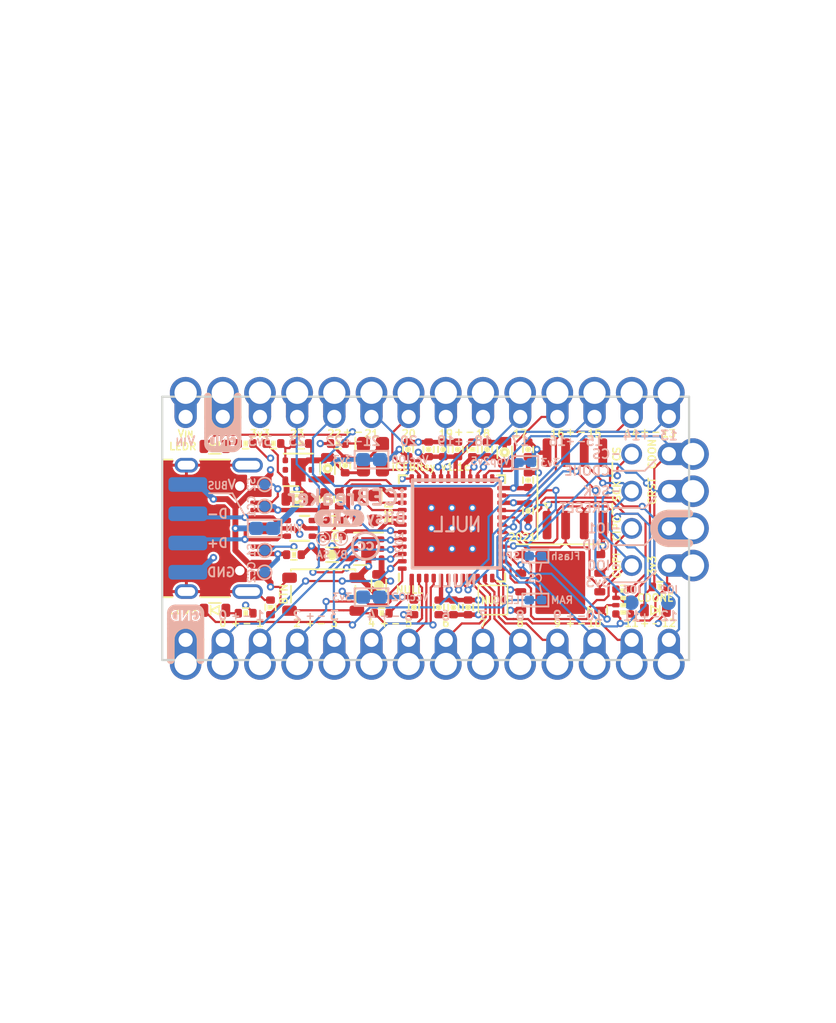
<source format=kicad_pcb>
(kicad_pcb (version 20240108) (generator "pcbnew") (generator_version "8.0")
  (title_block (title "iCEBreaker Bitsy") (date "2021-06-28") (rev "v1.1c") (company "NULL") (comment 1 "© 2018-2021 1BitSquared <info@1bitsquared.com>") (comment 2 "© 2018-2020 Piotr Esden-Tempski <piotr@esden.net>") (comment 3 "© 2020-2021 Jordi Pakey-Rodriguez <jordi@1bitsquared.com>") (comment 4 "License: CC BY-SA 4.0"))
  (layers (0 "F.Cu" signal) (1 "In1.Cu" power) (2 "In2.Cu" power) (31 "B.Cu" signal) (34 "B.Paste" user) (35 "F.Paste" user) (36 "B.SilkS" user "B.Silkscreen") (37 "F.SilkS" user "F.Silkscreen") (38 "B.Mask" user) (39 "F.Mask" user) (44 "Edge.Cuts" user))
  (property "NULL" "NULL")
  (net 0 "")
  (net 1 "+3V3")
  (net 2 "+1V2")
  (net 3 "GND")
  (net 4 "/CLK")
  (net 5 "/USB_N")
  (net 6 "/USB_P")
  (net 7 "/USB_DET")
  (net 8 "/VCCIO_2")
  (net 9 "/SBU2")
  (net 10 "/CC1")
  (net 11 "/SBU1")
  (net 12 "/CC2")
  (net 13 "/SHIELD")
  (net 14 "VIN")
  (net 15 "VBUS")
  (net 16 "/IOT_36b-~{LEDR}")
  (net 17 "/IOB_13b-~{LEDG}")
  (net 18 "/~{RGB0}")
  (net 19 "/~{RGB2}")
  (net 20 "/xD+")
  (net 21 "/xD-")
  (net 22 "/iD+")
  (net 23 "/iD-")
  (net 24 "/CLK_EN")
  (net 25 "/3V3_EN")
  (net 26 "/VCCPLL")
  (net 27 "/VPP_2V5")
  (net 28 "/~{RGB1}")
  (net 29 "/RAM_~{CS}")
  (net 30 "/FLASH_~{CS}")
  (net 31 "Net-(D1-PadA)")
  (net 32 "/VCCIO_0")
  (net 33 "/IOB_0a")
  (net 34 "/IOB_2a")
  (net 35 "/IOB_3b_G6")
  (net 36 "/IOB_4a")
  (net 37 "/IOB_5b")
  (net 38 "/IOB_8a")
  (net 39 "/IOB_9b")
  (net 40 "/IOT_37a")
  (net 41 "/IOT_38b")
  (net 42 "/IOT_39a")
  (net 43 "/IOT_41a")
  (net 44 "/IOT_42b")
  (net 45 "/IOT_43a")
  (net 46 "/IOT_44b")
  (net 47 "/IOT_48b")
  (net 48 "/IOB_16a")
  (net 49 "/IOB_23b")
  (net 50 "/IOB_25b_G3")
  (net 51 "/IOB_22a")
  (net 52 "/IOB_20a")
  (net 53 "/IOB_18a")
  (net 54 "/SPI_~{CS}")
  (net 55 "/~{CRESET}")
  (net 56 "/CDONE")
  (net 57 "/IOB_24a")
  (net 58 "/IOT_49a")
  (net 59 "/SPI_~{HLD}-IO3")
  (net 60 "/SPI_SCK")
  (net 61 "/SPI_CIPO-IO1")
  (net 62 "/SPI_COPI-IO0")
  (net 63 "/SPI_~{WP}-IO2")
  (net 64 "/~{BTN}")
  (net 69 "Net-(R12-Pad1)")
  (footprint "pkl_pin_headers:Pin_Header_Straight_Round_1x01_Castellated" (layer "F.Cu") (at 36.14 57.62)
    (property "Reference" "P0" (hide yes))
    (property "Value" "0" (hide yes))
  )
  (footprint "pkl_pin_headers:Pin_Header_Straight_Round_1x01_Castellated" (layer "F.Cu") (at 66.62 50 90)
    (property "Reference" "P25" (hide yes))
    (property "Value" "GND" (hide yes))
  )
  (footprint "pkl_pin_headers:Pin_Header_Straight_Round_1x01_Castellated" (layer "F.Cu") (at 33.6 57.62)
    (property "Reference" "P24" (hide yes))
    (property "Value" "GND" (hide yes))
  )
  (footprint "pkl_pin_headers:Pin_Header_Straight_Round_1x01_Castellated" (layer "F.Cu") (at 66.62 52.54 90)
    (property "Reference" "P28" (hide yes))
    (property "Value" "3V3" (hide yes))
  )
  (footprint "pkl_pin_headers:Pin_Header_Straight_Round_1x01_Castellated" (layer "F.Cu") (at 38.68 42.38 180)
    (property "Reference" "P27" (hide yes))
    (property "Value" "3V3" (hide yes))
  )
  (footprint "pkl_pin_headers:Pin_Header_Straight_Round_1x01_Castellated" (layer "F.Cu") (at 38.68 57.62)
    (property "Reference" "P1" (hide yes))
    (property "Value" "1" (hide yes))
  )
  (footprint "pkl_pin_headers:Pin_Header_Straight_Round_1x01_Castellated" (layer "F.Cu") (at 36.14 42.38 180)
    (property "Reference" "P26" (hide yes))
    (property "Value" "GND" (hide yes))
  )
  (footprint "pkl_pin_headers:Pin_Header_Straight_Round_1x01_Castellated" (layer "F.Cu") (at 41.22 57.62)
    (property "Reference" "P2" (hide yes))
    (property "Value" "2" (hide yes))
  )
  (footprint "pkl_pin_headers:Pin_Header_Straight_Round_1x01_Castellated" (layer "F.Cu") (at 48.84 57.62)
    (property "Reference" "P5" (hide yes))
    (property "Value" "5" (hide yes))
  )
  (footprint "pkl_pin_headers:Pin_Header_Straight_Round_1x01_Castellated" (layer "F.Cu") (at 53.92 57.62)
    (property "Reference" "P7" (hide yes))
    (property "Value" "7" (hide yes))
  )
  (footprint "pkl_pin_headers:Pin_Header_Straight_Round_1x01_Castellated" (layer "F.Cu") (at 43.76 42.38 180)
    (property "Reference" "P22" (hide yes))
    (property "Value" "22" (hide yes))
  )
  (footprint "pkl_pin_headers:Pin_Header_Straight_Round_1x01_Castellated" (layer "F.Cu") (at 53.92 42.38 180)
    (property "Reference" "P18" (hide yes))
    (property "Value" "18" (hide yes))
  )
  (footprint "pkl_pin_headers:Pin_Header_Straight_Round_1x01_Castellated" (layer "F.Cu") (at 51.38 57.62)
    (property "Reference" "P6" (hide yes))
    (property "Value" "6" (hide yes))
  )
  (footprint "pkl_pin_headers:Pin_Header_Straight_Round_1x01_Castellated" (layer "F.Cu") (at 43.76 57.62)
    (property "Reference" "P3" (hide yes))
    (property "Value" "3" (hide yes))
  )
  (footprint "pkl_pin_headers:Pin_Header_Straight_Round_1x01_Castellated" (layer "F.Cu") (at 46.3 57.62)
    (property "Reference" "P4" (hide yes))
    (property "Value" "4" (hide yes))
  )
  (footprint "pkl_pin_headers:Pin_Header_Straight_Round_1x01_Castellated" (layer "F.Cu") (at 46.3 42.38 180)
    (property "Reference" "P21" (hide yes))
    (property "Value" "21" (hide yes))
  )
  (footprint "pkl_pin_headers:Pin_Header_Straight_Round_1x01_Castellated" (layer "F.Cu") (at 51.38 42.38 180)
    (property "Reference" "P19" (hide yes))
    (property "Value" "19" (hide yes))
  )
  (footprint "pkl_pin_headers:Pin_Header_Straight_Round_1x01_Castellated" (layer "F.Cu") (at 56.46 42.38 180)
    (property "Reference" "P17" (hide yes))
    (property "Value" "17" (hide yes))
  )
  (footprint "pkl_pin_headers:Pin_Header_Straight_Round_1x01_Castellated" (layer "F.Cu") (at 61.54 42.38 180)
    (property "Reference" "P15" (hide yes))
    (property "Value" "15" (hide yes))
  )
  (footprint "pkl_pin_headers:Pin_Header_Straight_Round_1x01_Castellated" (layer "F.Cu") (at 48.84 42.38 180)
    (property "Reference" "P20" (hide yes))
    (property "Value" "20" (hide yes))
  )
  (footprint "pkl_pin_headers:Pin_Header_Straight_Round_1x01_Castellated" (layer "F.Cu") (at 66.62 57.62)
    (property "Reference" "P12" (hide yes))
    (property "Value" "12" (hide yes))
  )
  (footprint "pkl_pin_headers:Pin_Header_Straight_Round_1x01_Castellated" (layer "F.Cu") (at 64.08 42.38 180)
    (property "Reference" "P14" (hide yes))
    (property "Value" "14" (hide yes))
  )
  (footprint "pkl_pin_headers:Pin_Header_Straight_Round_1x01_Castellated" (layer "F.Cu") (at 66.62 42.38 180)
    (property "Reference" "P13" (hide yes))
    (property "Value" "13" (hide yes))
  )
  (footprint "pkl_pin_headers:Pin_Header_Straight_Round_1x01_Castellated" (layer "F.Cu") (at 59 57.62)
    (property "Reference" "P9" (hide yes))
    (property "Value" "9" (hide yes))
  )
  (footprint "pkl_pin_headers:Pin_Header_Straight_Round_1x01_Castellated" (layer "F.Cu") (at 56.46 57.62)
    (property "Reference" "P8" (hide yes))
    (property "Value" "8" (hide yes))
  )
  (footprint "pkl_pin_headers:Pin_Header_Straight_Round_1x01_Castellated" (layer "F.Cu") (at 41.22 42.38 180)
    (property "Reference" "P23" (hide yes))
    (property "Value" "23" (hide yes))
  )
  (footprint "pkl_pin_headers:Pin_Header_Straight_Round_1x01_Castellated" (layer "F.Cu") (at 66.62 47.46 90)
    (property "Reference" "P31" (hide yes))
    (property "Value" "CRESET" (hide yes))
  )
  (footprint "pkl_pin_headers:Pin_Header_Straight_Round_1x01_Castellated" (layer "F.Cu") (at 66.62 44.92 90)
    (property "Reference" "P30" (hide yes))
    (property "Value" "CDONE" (hide yes))
  )
  (footprint "pkl_pin_headers:Pin_Header_Straight_Round_1x01_Castellated" (layer "F.Cu") (at 64.08 57.62)
    (property "Reference" "P11" (hide yes))
    (property "Value" "11" (hide yes))
  )
  (footprint "pkl_pin_headers:Pin_Header_Straight_Round_1x01_Castellated" (layer "F.Cu") (at 61.54 57.62)
    (property "Reference" "P10" (hide yes))
    (property "Value" "10" (hide yes))
  )
  (footprint "pkl_pin_headers:Pin_Header_Straight_Round_1x01_Castellated" (layer "F.Cu") (at 59 42.38 180)
    (property "Reference" "P16" (hide yes))
    (property "Value" "16" (hide yes))
  )
  (footprint "pkl_pin_headers:Pin_Header_Straight_Round_1x01" (layer "F.Cu") (at 64.08 47.46)
    (property "Reference" "P37" (hide yes))
    (property "Value" "SCK" (hide yes))
  )
  (footprint "pkl_pin_headers:Pin_Header_Straight_Round_1x01" (layer "F.Cu") (at 64.08 50)
    (property "Reference" "P38" (hide yes))
    (property "Value" "CIPO" (hide yes))
  )
  (footprint "pkl_pin_headers:Pin_Header_Straight_Round_1x01" (layer "F.Cu") (at 64.08 52.54)
    (property "Reference" "P39" (hide yes))
    (property "Value" "COPI" (hide yes))
  )
  (footprint "pkl_pin_headers:Pin_Header_Straight_Round_1x01" (layer "F.Cu") (at 64.08 44.92)
    (property "Reference" "P36" (hide yes))
    (property "Value" "CS" (hide yes))
  )
  (footprint "pkl_dipol:R_0402" (layer "F.Cu") (at 66 54)
    (property "Reference" "R13")
    (property "Value" "2k2" (hide yes))
  )
  (footprint "pkl_housings_sot:SOT-666" (layer "F.Cu") (at 41.4 50)
    (property "Reference" "U1")
    (property "Value" "USBLC6-2" (hide yes))
  )
  (footprint "pkl_dipol:C_0402" (layer "F.Cu") (at 57 44.6 -90)
    (property "Reference" "C7")
    (property "Value" "100n" (hide yes))
  )
  (footprint "Package_SON:WSON-6-1EP_2x2mm_P0.65mm_EP1x1.6mm" (layer "F.Cu") (at 46.1 51.4 180)
    (property "Reference" "U3" (hide yes))
    (property "Value" "TLV73312PDRV" (hide yes))
  )
  (footprint "Package_SON:WSON-6-1EP_2x2mm_P0.65mm_EP1x1.6mm" (layer "F.Cu") (at 41.3 46 180)
    (property "Reference" "U2" (hide yes))
    (property "Value" "TLV75533PDRV" (hide yes))
  )
  (footprint "pkl_misc:Oscillator_SMD_SCTF_S2DXX-4Pin_2.5x2.0mm" (layer "F.Cu") (at 46.4 45.1 -90)
    (property "Reference" "X1" (hide yes))
    (property "Value" "12MHz" (hide yes))
  )
  (footprint "pkl_dipol:C_0402" (layer "F.Cu") (at 49.2 55.4 -90)
    (property "Reference" "C12")
    (property "Value" "100n" (hide yes))
  )
  (footprint "pkl_dipol:C_0402" (layer "F.Cu") (at 57 48.8 -90)
    (property "Reference" "C11")
    (property "Value" "100n" (hide yes))
  )
  (footprint "pkl_dipol:C_0402" (layer "F.Cu") (at 48.8 44.6 90)
    (property "Reference" "C10")
    (property "Value" "100n" (hide yes))
  )
  (footprint "pkl_dipol:R_0402" (layer "F.Cu") (at 43.8 50.5 180)
    (property "Reference" "R5")
    (property "Value" "22E" (hide yes))
  )
  (footprint "pkl_dipol:R_0402" (layer "F.Cu") (at 53.2 44.6 90)
    (property "Reference" "R14")
    (property "Value" "100E" (hide yes))
  )
  (footprint "pkl_dipol:R_0402" (layer "F.Cu") (at 47 55.8)
    (property "Reference" "R10")
    (property "Value" "10k" (hide yes))
  )
  (footprint "pkl_dipol:R_0402" (layer "F.Cu") (at 37.7 55.8)
    (property "Reference" "R12")
    (property "Value" "2k2" (hide yes))
  )
  (footprint "pkl_dipol:R_0402" (layer "F.Cu") (at 37.7 44.2)
    (property "Reference" "R11")
    (property "Value" "2k2" (hide yes))
  )
  (footprint "pkl_dipol:R_0402" (layer "F.Cu") (at 44 44.2)
    (property "Reference" "R8")
    (property "Value" "10k" (hide yes))
  )
  (footprint "pkl_dipol:D_0603" (layer "F.Cu") (at 35.6 55.6)
    (property "Reference" "D2")
    (property "Value" "GRN" (hide yes))
  )
  (footprint "Package_SON:WSON-8-1EP_6x5mm_P1.27mm_EP3.4x4.3mm" (layer "F.Cu") (at 59.2 53.7 180)
    (property "Reference" "U5" (hide yes))
    (property "Value" "W25Q128JVxxM" (hide yes))
  )
  (footprint "pkl_dipol:D_0603" (layer "F.Cu") (at 35.6 44.4)
    (property "Reference" "D1")
    (property "Value" "RED" (hide yes))
  )
  (footprint "pkl_dipol:C_0603" (layer "F.Cu") (at 46.8 53.9 -90)
    (property "Reference" "C5")
    (property "Value" "4u7" (hide yes))
  )
  (footprint "pkl_dipol:C_0603" (layer "F.Cu") (at 43.6 51.8 180)
    (property "Reference" "C4")
    (property "Value" "4u7" (hide yes))
  )
  (footprint "pkl_dipol:C_0603" (layer "F.Cu") (at 41.2 48)
    (property "Reference" "C2")
    (property "Value" "4u7" (hide yes))
  )
  (footprint "pkl_dipol:C_0603" (layer "F.Cu") (at 43.3 45.9 90)
    (property "Reference" "C3")
    (property "Value" "4u7" (hide yes))
  )
  (footprint "pkl_dipol:C_0402" (layer "F.Cu") (at 52.2 44.6 90)
    (property "Reference" "C16")
    (property "Value" "10n" (hide yes))
  )
  (footprint "pkl_dipol:C_0402" (layer "F.Cu") (at 54.2 44.6 90)
    (property "Reference" "C9")
    (property "Value" "100n" (hide yes))
  )
  (footprint "pkl_dipol:C_0402" (layer "F.Cu") (at 51.2 44.6 90)
    (property "Reference" "C17")
    (property "Value" "100n" (hide yes))
  )
  (footprint "pkl_dipol:C_0402" (layer "F.Cu") (at 44.5 45.7 -90)
    (property "Reference" "C6")
    (property "Value" "100n" (hide yes))
  )
  (footprint "pkl_dipol:C_0402" (layer "F.Cu") (at 50.2 44.6 90)
    (property "Reference" "C18")
    (property "Value" "1u" (hide yes))
  )
  (footprint "pkl_dipol:C_0402" (layer "F.Cu") (at 57 46.7 90)
    (property "Reference" "C8")
    (property "Value" "100n" (hide yes))
  )
  (footprint "pkl_dipol:C_0402" (layer "F.Cu") (at 50.9 55.4 -90)
    (property "Reference" "C13")
    (property "Value" "10n" (hide yes))
  )
  (footprint "pkl_dipol:C_0402" (layer "F.Cu") (at 51.9 55.4 -90)
    (property "Reference" "C14")
    (property "Value" "100n" (hide yes))
  )
  (footprint "pkl_dipol:C_0402" (layer "F.Cu") (at 52.9 55.4 -90)
    (property "Reference" "C15")
    (property "Value" "1u" (hide yes))
  )
  (footprint "pkl_dipol:R_0402" (layer "F.Cu") (at 39.6 44.2)
    (property "Reference" "R7")
    (property "Value" "10k" (hide yes))
  )
  (footprint "pkl_dipol:C_0402" (layer "F.Cu") (at 41.5 44.2)
    (property "Reference" "C1")
    (property "Value" "1u" (hide yes))
  )
  (footprint "pkl_dipol:R_0402" (layer "F.Cu") (at 43.8 49.5 180)
    (property "Reference" "R4")
    (property "Value" "22E" (hide yes))
  )
  (footprint "pkl_dipol:R_0402" (layer "F.Cu") (at 44.1 48 -90)
    (property "Reference" "R6")
    (property "Value" "1k5" (hide yes))
  )
  (footprint "pkl_buttons_switches:SW_SPST_3x4x2.5" (layer "F.Cu") (at 43 54.5)
    (property "Reference" "SW1")
    (property "Value" "TACT" (hide yes))
  )
  (footprint "Package_SO:SOIC-8_3.9x4.9mm_P1.27mm" (layer "F.Cu") (at 60.2 47.3 90)
    (property "Reference" "U4" (hide yes))
    (property "Value" "LY68L6400" (hide yes))
  )
  (footprint "pkl_dipol:R_0402" (layer "F.Cu") (at 43.1 48 -90)
    (property "Reference" "R2")
    (property "Value" "5k1" (hide yes))
  )
  (footprint "pkl_dipol:R_0402" (layer "F.Cu") (at 41 51.8 180)
    (property "Reference" "R3")
    (property "Value" "5k1" (hide yes))
  )
  (footprint "pkl_housings_dfn_qfn:QFN-48-1EP_7x7mm_Pitch0.5mm" (layer "F.Cu") (at 51.8 50 90)
    (property "Reference" "U6")
    (property "Value" "ICE40UP5K-SG48" (hide yes))
  )
  (footprint "pkl_dipol:R_Array_Convex_4x0402" (layer "F.Cu") (at 63.5 55 180)
    (property "Reference" "R9")
    (property "Value" "10k" (hide yes))
  )
  (footprint "pkl_led:LED_TRI_2020" (layer "F.Cu") (at 45.9 48.6 -90)
    (property "Reference" "D4")
    (property "Value" "FM-B2020RGBA-HG" (hide yes))
  )
  (footprint "pkl_dipol:D_0603" (layer "F.Cu") (at 65.7 55.6 180)
    (property "Reference" "D3")
    (property "Value" "BLU" (hide yes))
  )
  (footprint "pkl_dipol:C_0603" (layer "F.Cu") (at 55.4 44.8 90)
    (property "Reference" "C19")
    (property "Value" "10u" (hide yes))
  )
  (footprint "pkl_dipol:R_0402" (layer "F.Cu") (at 39.4 55.4 90)
    (property "Reference" "R1")
    (property "Value" "1M" (hide yes))
  )
  (footprint "pkl_connectors:USB_C_Receptacle_HRO_TYPE-C-31-M-12" (layer "F.Cu") (at 34.7 50 -90)
    (property "Reference" "J1" (hide yes))
    (property "Value" "USB_C" (hide yes))
  )
  (footprint "pkl_pin_headers:Pin_Header_Straight_Round_1x01_Castellated" (layer "F.Cu") (at 33.6 42.38 180)
    (property "Reference" "P29" (hide yes))
    (property "Value" "VIN" (hide yes))
  )
  (footprint "pkl_logos:null_Logo_SilkS_2mm" (layer "F.Cu") (at 54.6 54.9)
    (property "Reference" "LOGO1" (hide yes))
    (property "Value" "1BitSquared" (hide yes))
  )
  (footprint "pkl_logos:Symbol_CC_SilkScreen_2mm" (layer "B.Cu") (at 45.9 51.2 180)
    (property "Reference" "REF**" (hide yes))
    (property "Value" "Symbol_CC_SilkScreen_2mm" (hide yes))
  )
  (footprint "pkl_logos:Symbol_CC-SA_SilkScreen_1mm" (layer "B.Cu") (at 43 50.7 180)
    (property "Reference" "REF**" (hide yes))
    (property "Value" "Symbol_CC-SA_SilkScreen_1mm" (hide yes))
  )
  (footprint "pkl_logos:Symbol_CC-BY_SilkScreen_1mm" (layer "B.Cu") (at 44.2 50.7 180)
    (property "Reference" "REF**" (hide yes))
    (property "Value" "Symbol_CC-BY_SilkScreen_1mm" (hide yes))
  )
  (footprint "pkl_pads:PAD_SMD_R_1x1" (layer "B.Cu") (at 64.05 55.08)
    (property "Reference" "P40" (hide yes))
    (property "Value" "IO3" (hide yes))
  )
  (footprint "pkl_pads:PAD_SMD_R_1x1" (layer "B.Cu") (at 66.59 55.08)
    (property "Reference" "P41" (hide yes))
    (property "Value" "IO2" (hide yes))
  )
  (footprint "pkl_jumpers:J_NC_0402_15" (layer "B.Cu") (at 57.5 51.9 180)
    (property "Reference" "JP3")
    (property "Value" "Flash_CS-SPI_CS" (hide yes))
  )
  (footprint "pkl_jumpers:J_NC_0603_30" (layer "B.Cu") (at 46.3 54.7 180)
    (property "Reference" "JP6")
    (property "Value" "VccIO2" (hide yes))
  )
  (footprint "pkl_jumpers:J_NC_0603_30" (layer "B.Cu") (at 46.3 45.3 180)
    (property "Reference" "JP5")
    (property "Value" "VccIO0" (hide yes))
  )
  (footprint "pkl_jumpers:J_NC_0402_15" (layer "B.Cu") (at 57.5 54.9 180)
    (property "Reference" "JP2")
    (property "Value" "RAM_CS-LEDG" (hide yes))
  )
  (footprint "pkl_jumpers:J_NC_0402_30" (layer "B.Cu") (at 56.8 45.5 180)
    (property "Reference" "JP4")
    (property "Value" "Vpp2v5" (hide yes))
  )
  (footprint "pkl_pads:PAD_SMD_1x2.65_ROUNDED" (layer "B.Cu") (at 33.75 53)
    (property "Reference" "P35")
    (property "Value" "UP" (hide yes))
  )
  (footprint "pkl_pads:PAD_SMD_1x2.65_ROUNDED" (layer "B.Cu") (at 33.75 51)
    (property "Reference" "P34")
    (property "Value" "UP" (hide yes))
  )
  (footprint "pkl_pads:PAD_SMD_1x2.65_ROUNDED" (layer "B.Cu") (at 33.75 49)
    (property "Reference" "P33")
    (property "Value" "UP" (hide yes))
  )
  (footprint "pkl_pads:PAD_SMD_1x2.65_ROUNDED" (layer "B.Cu") (at 33.75 47)
    (property "Reference" "P32")
    (property "Value" "UP" (hide yes))
  )
  (footprint "pkl_jumpers:J_NC_0603_40" (layer "B.Cu") (at 39 50)
    (property "Reference" "JP1")
    (property "Value" "VIN-VBUS" (hide yes))
  )
  (footprint "svg2mod" (layer "B.Cu") (at 36.14 44 180)
    (property "Reference" "svg2mod" (hide yes))
    (property "Value" "G***" (hide yes))
  )
  (footprint "pkl_logos:null_Logo_SilkS_6mm" (layer "B.Cu") (at 52.1 49.7 180)
    (property "Reference" "REF**" (hide yes))
    (property "Value" "null_Logo_SilkS_6mm" (hide yes))
  )
  (footprint "pkl_misc:TestPoint_Pad_D0.75mm" (layer "B.Cu") (at 39 47 180)
    (property "Reference" "TP4" (hide yes))
    (property "Value" "SBU2")
  )
  (footprint "svg2mod" (layer "B.Cu") (at 33.6 55.95 180)
    (property "Reference" "svg2mod" (hide yes))
    (property "Value" "G***" (hide yes))
  )
  (footprint "pkl_misc:TestPoint_Pad_D0.75mm" (layer "B.Cu") (at 39 51.5 180)
    (property "Reference" "TP3" (hide yes))
    (property "Value" "SBU1")
  )
  (footprint "pkl_misc:TestPoint_Pad_D0.75mm" (layer "B.Cu") (at 39 48.5 180)
    (property "Reference" "TP1" (hide yes))
    (property "Value" "CC1")
  )
  (footprint "pkl_misc:TestPoint_Pad_D0.75mm" (layer "B.Cu") (at 39 53 180)
    (property "Reference" "TP2" (hide yes))
    (property "Value" "CC2")
  )
  (footprint "svg2mod" (layer "B.Cu") (at 44.1 49.3 180)
    (property "Reference" "svg2mod" (hide yes))
    (property "Value" "G***" (hide yes))
  )
  (gr_line (start 32.3935 56.858) (end 32.3935 55.7785) (stroke (width 0.127)) (layer "B.SilkS"))
  (gr_line (start 32.9015 55.2705) (end 34.2985 55.2705) (stroke (width 0.127)) (layer "B.SilkS"))
  (gr_line (start 34.8065 55.7785) (end 34.8065 56.858) (stroke (width 0.127)) (layer "B.SilkS"))
  (gr_line (start 34.9335 44.2215) (end 34.9335 43.142) (stroke (width 0.127)) (layer "B.SilkS"))
  (gr_line (start 36.8385 44.7295) (end 35.4415 44.7295) (stroke (width 0.127)) (layer "B.SilkS"))
  (gr_line (start 37.3465 43.142) (end 37.3465 44.2215) (stroke (width 0.127)) (layer "B.SilkS"))
  (gr_arc (start 35.4415 44.7295) (mid 35.08229 44.58071) (end 34.9335 44.2215) (stroke (width 0.127)) (layer "B.SilkS"))
  (gr_arc (start 37.3465 44.2215) (mid 37.19771 44.58071) (end 36.8385 44.7295) (stroke (width 0.127)) (layer "B.SilkS"))
  (gr_arc (start 34.2985 55.2705) (mid 34.65771 55.41929) (end 34.8065 55.7785) (stroke (width 0.127)) (layer "B.SilkS"))
  (gr_arc (start 32.3935 55.7785) (mid 32.54229 55.41929) (end 32.9015 55.2705) (stroke (width 0.127)) (layer "B.SilkS"))
  (gr_line (start 34.2985 56.6675) (end 32.9015 56.6675) (stroke (width 0.127)) (layer "B.SilkS"))
  (gr_arc (start 32.9015 56.6675) (mid 32.54229 56.51871) (end 32.3935 56.1595) (stroke (width 0.127)) (layer "B.SilkS"))
  (gr_arc (start 34.8065 56.1595) (mid 34.65771 56.51871) (end 34.2985 56.6675) (stroke (width 0.127)) (layer "B.SilkS"))
  (gr_line (start 35.4415 43.3325) (end 36.8385 43.3325) (stroke (width 0.127)) (layer "B.SilkS"))
  (gr_arc (start 36.8385 43.3325) (mid 37.19771 43.48129) (end 37.3465 43.8405) (stroke (width 0.127)) (layer "B.SilkS"))
  (gr_arc (start 34.9335 43.8405) (mid 35.08229 43.48129) (end 35.4415 43.3325) (stroke (width 0.127)) (layer "B.SilkS"))
  (gr_line (start 35.0605 43.396) (end 34.997 43.4595) (stroke (width 0.254)) (layer "B.SilkS"))
  (gr_line (start 37.283 43.4595) (end 37.2195 43.396) (stroke (width 0.254)) (layer "B.SilkS"))
  (gr_line (start 35.124 40.983) (end 35.124 43.142) (stroke (width 0.508)) (layer "B.SilkS"))
  (gr_line (start 37.156 40.983) (end 37.156 43.142) (stroke (width 0.508)) (layer "B.SilkS"))
  (gr_arc (start 37.156 42.38) (mid 36.14 43.396) (end 35.124 42.38) (stroke (width 0.508)) (layer "B.SilkS"))
  (gr_line (start 32.584 59.017) (end 32.584 56.858) (stroke (width 0.508)) (layer "B.SilkS"))
  (gr_line (start 34.616 59.017) (end 34.616 56.858) (stroke (width 0.508)) (layer "B.SilkS"))
  (gr_arc (start 32.584 57.62) (mid 33.6 56.604) (end 34.616 57.62) (stroke (width 0.508)) (layer "B.SilkS"))
  (gr_line (start 32.457 56.5405) (end 32.5205 56.604) (stroke (width 0.254)) (layer "B.SilkS"))
  (gr_line (start 34.6795 56.604) (end 34.743 56.5405) (stroke (width 0.254)) (layer "B.SilkS"))
  (gr_line (start 62.81 48.603) (end 64.969 48.603) (stroke (width 0.12)) (layer "B.SilkS"))
  (gr_line (start 64.969 48.603) (end 65.731 47.841) (stroke (width 0.12)) (layer "B.SilkS"))
  (gr_line (start 62.81 46.063) (end 64.969 46.063) (stroke (width 0.12)) (layer "B.SilkS"))
  (gr_line (start 64.969 46.063) (end 65.731 45.301) (stroke (width 0.12)) (layer "B.SilkS"))
  (gr_line (start 62.81 53.683) (end 64.969 53.683) (stroke (width 0.12)) (layer "B.SilkS"))
  (gr_line (start 64.969 53.683) (end 65.731 52.921) (stroke (width 0.12)) (layer "B.SilkS"))
  (gr_line (start 68.017 51.016) (end 66.5565 51.016) (stroke (width 0.508)) (layer "B.SilkS"))
  (gr_arc (start 66.62 51.016) (mid 65.604 50) (end 66.62 48.984) (stroke (width 0.508)) (layer "B.SilkS"))
  (gr_line (start 68.017 48.984) (end 66.62 48.984) (stroke (width 0.508)) (layer "B.SilkS"))
  (gr_line (start 64.969 51.143) (end 65.731 50.381) (stroke (width 0.12)) (layer "B.SilkS"))
  (gr_line (start 62.81 51.143) (end 64.969 51.143) (stroke (width 0.12)) (layer "B.SilkS"))
  (gr_line (start 62.81 52.54) (end 63.191 52.54) (stroke (width 0.12)) (layer "B.SilkS"))
  (gr_line (start 62.81 50) (end 63.191 50) (stroke (width 0.12)) (layer "B.SilkS"))
  (gr_line (start 62.81 47.46) (end 63.191 47.46) (stroke (width 0.12)) (layer "B.SilkS"))
  (gr_line (start 62.81 44.92) (end 63.191 44.92) (stroke (width 0.12)) (layer "B.SilkS"))
  (gr_line (start 37.85 49.5) (end 36.8 47.6) (stroke (width 0.12)) (layer "B.SilkS"))
  (gr_line (start 36.8 47.6) (end 35.2 47.6) (stroke (width 0.12)) (layer "B.SilkS"))
  (gr_line (start 37.25 44.4) (end 37.25 43.65) (stroke (width 0.12)) (layer "B.SilkS"))
  (gr_line (start 37.1 44.55) (end 35.15 44.55) (stroke (width 0.25)) (layer "B.SilkS"))
  (gr_line (start 57.9 54.4) (end 57.8 53.9) (stroke (width 0.12)) (layer "B.SilkS"))
  (gr_line (start 34.56 56.5) (end 32.61 56.5) (stroke (width 0.25)) (layer "B.SilkS"))
  (gr_line (start 34.56 55.4) (end 32.65 55.4) (stroke (width 0.2)) (layer "B.SilkS"))
  (gr_line (start 57.9 52.4) (end 57.8 52.9) (stroke (width 0.12)) (layer "B.SilkS"))
  (gr_line (start 57.1 52.4) (end 57.2 52.9) (stroke (width 0.12)) (layer "B.SilkS"))
  (gr_line (start 37.1 43.45) (end 35.15 43.45) (stroke (width 0.2)) (layer "B.SilkS"))
  (gr_line (start 35 44.4) (end 35 43.65) (stroke (width 0.12)) (layer "B.SilkS"))
  (gr_line (start 32.46 56.35) (end 32.46 55.6) (stroke (width 0.12)) (layer "B.SilkS"))
  (gr_line (start 34.71 56.35) (end 34.71 55.6) (stroke (width 0.12)) (layer "B.SilkS"))
  (gr_line (start 37.156 40.983) (end 37.156 42.38) (stroke (width 0.508)) (layer "F.SilkS"))
  (gr_arc (start 37.156 42.38) (mid 36.14 43.396) (end 35.124 42.38) (stroke (width 0.508)) (layer "F.SilkS"))
  (gr_line (start 35.124 40.983) (end 35.124 42.4435) (stroke (width 0.508)) (layer "F.SilkS"))
  (gr_line (start 34.616 59.017) (end 34.616 57.5565) (stroke (width 0.508)) (layer "F.SilkS"))
  (gr_arc (start 32.584 57.62) (mid 33.6 56.604) (end 34.616 57.62) (stroke (width 0.508)) (layer "F.SilkS"))
  (gr_line (start 32.584 59.017) (end 32.584 57.62) (stroke (width 0.508)) (layer "F.SilkS"))
  (gr_line (start 68.017 48.984) (end 66.5565 48.984) (stroke (width 0.508)) (layer "F.SilkS"))
  (gr_arc (start 66.62 51.016) (mid 65.604 50) (end 66.62 48.984) (stroke (width 0.508)) (layer "F.SilkS"))
  (gr_line (start 68.017 51.016) (end 66.62 51.016) (stroke (width 0.508)) (layer "F.SilkS"))
  (gr_line (start 32 41) (end 68 41) (stroke (width 0.15)) (layer "Edge.Cuts"))
  (gr_line (start 68 41) (end 68 59) (stroke (width 0.15)) (layer "Edge.Cuts"))
  (gr_line (start 68 59) (end 32 59) (stroke (width 0.15)) (layer "Edge.Cuts"))
  (gr_line (start 32 59) (end 32 41) (stroke (width 0.15)) (layer "Edge.Cuts"))
  (gr_text "iCEBreaker" (at 44.6 47.9 0) (layer "B.SilkS") (effects (font (size 1 1) (thickness 0.2)) (justify mirror)))
  (gr_text "Bitsy" (at 47.3 49.3 0) (layer "B.SilkS") (effects (font (size 0.75 0.75)) (justify mirror)))
  (gr_text "BY" (at 44.2 51.8 0) (layer "B.SilkS") (effects (font (size 0.5 0.5) (thickness 0.1)) (justify mirror)))
  (gr_text "1" (at 38.68 55.969 0) (layer "B.SilkS") (effects (font (size 0.625 0.625) (thickness 0.125)) (justify mirror)))
  (gr_text "2" (at 41.22 55.969 0) (layer "B.SilkS") (effects (font (size 0.625 0.625) (thickness 0.125)) (justify mirror)))
  (gr_text "3" (at 43.76 55.969 0) (layer "B.SilkS") (effects (font (size 0.625 0.625) (thickness 0.125)) (justify mirror)))
  (gr_text "4" (at 46.3 55.969 0) (layer "B.SilkS") (effects (font (size 0.625 0.625) (thickness 0.125)) (justify mirror)))
  (gr_text "6" (at 51.38 55.969 0) (layer "B.SilkS") (effects (font (size 0.625 0.625) (thickness 0.125)) (justify mirror)))
  (gr_text "7" (at 53.92 55.969 0) (layer "B.SilkS") (effects (font (size 0.625 0.625) (thickness 0.125)) (justify mirror)))
  (gr_text "8" (at 56.46 55.969 0) (layer "B.SilkS") (effects (font (size 0.625 0.625) (thickness 0.125)) (justify mirror)))
  (gr_text "5" (at 48.84 55.969 0) (layer "B.SilkS") (effects (font (size 0.625 0.625) (thickness 0.125)) (justify mirror)))
  (gr_text "${COMPANY}" (at 52 53.6 0) (layer "B.SilkS") (effects (font (size 0.8 0.8)) (justify mirror)))
  (gr_text "RAM" (at 58.5 54.9 0) (layer "B.SilkS") (effects (font (size 0.5 0.5) (thickness 0.1)) (justify right mirror)))
  (gr_text "9" (at 59 55.969 0) (layer "B.SilkS") (effects (font (size 0.625 0.625) (thickness 0.125)) (justify mirror)))
  (gr_text "10" (at 61.54 55.969 0) (layer "B.SilkS") (effects (font (size 0.625 0.625) (thickness 0.125)) (justify mirror)))
  (gr_text "11" (at 64.08 56 0) (layer "B.SilkS") (effects (font (size 0.625 0.625) (thickness 0.125)) (justify mirror)))
  (gr_text "12" (at 66.62 56 0) (layer "B.SilkS") (effects (font (size 0.625 0.625) (thickness 0.125)) (justify mirror)))
  (gr_text "0" (at 36.14 55.969 0) (layer "B.SilkS") (effects (font (size 0.625 0.625) (thickness 0.125)) (justify mirror)))
  (gr_text "13" (at 66.62 43.65 0) (layer "B.SilkS") (effects (font (size 0.625 0.625) (thickness 0.125)) (justify mirror)))
  (gr_text "14" (at 64.08 43.65 0) (layer "B.SilkS") (effects (font (size 0.625 0.625) (thickness 0.125)) (justify mirror)))
  (gr_text "15" (at 61.54 44.031 0) (layer "B.SilkS") (effects (font (size 0.625 0.625) (thickness 0.125)) (justify mirror)))
  (gr_text "16" (at 59 44.031 0) (layer "B.SilkS") (effects (font (size 0.625 0.625) (thickness 0.125)) (justify mirror)))
  (gr_text "17" (at 56.46 44.031 0) (layer "B.SilkS") (effects (font (size 0.625 0.625) (thickness 0.125)) (justify mirror)))
  (gr_text "18" (at 53.92 44.031 0) (layer "B.SilkS") (effects (font (size 0.625 0.625) (thickness 0.125)) (justify mirror)))
  (gr_text "19" (at 51.38 44.031 0) (layer "B.SilkS") (effects (font (size 0.625 0.625) (thickness 0.125)) (justify mirror)))
  (gr_text "20" (at 48.84 44.031 0) (layer "B.SilkS") (effects (font (size 0.625 0.625) (thickness 0.125)) (justify mirror)))
  (gr_text "21" (at 46.3 44.031 0) (layer "B.SilkS") (effects (font (size 0.625 0.625) (thickness 0.125)) (justify mirror)))
  (gr_text "22" (at 43.76 44.031 0) (layer "B.SilkS") (effects (font (size 0.625 0.625) (thickness 0.125)) (justify mirror)))
  (gr_text "3v3" (at 38.68 44.031 0) (layer "B.SilkS") (effects (font (size 0.625 0.625) (thickness 0.125)) (justify mirror)))
  (gr_text "23" (at 41.22 44.031 0) (layer "B.SilkS") (effects (font (size 0.625 0.625) (thickness 0.125)) (justify mirror)))
  (gr_text "V" (at 36.75 47 0) (layer "B.SilkS") (effects (font (size 0.625 0.625) (thickness 0.125)) (justify mirror)))
  (gr_text "D-" (at 35.775 49 0) (layer "B.SilkS") (effects (font (size 0.625 0.625) (thickness 0.125)) (justify mirror)))
  (gr_text "D+" (at 35.775 51 0) (layer "B.SilkS") (effects (font (size 0.625 0.625) (thickness 0.125)) (justify mirror)))
  (gr_text "GND" (at 36.025 53 0) (layer "B.SilkS") (effects (font (size 0.625 0.625) (thickness 0.125)) (justify mirror)))
  (gr_text "Vpp2v5" (at 55.8 45.4 0) (layer "B.SilkS") (effects (font (size 0.5 0.5) (thickness 0.1)) (justify left mirror)))
  (gr_text "VccIO0" (at 47.6 45.3 0) (layer "B.SilkS") (effects (font (size 0.5 0.5) (thickness 0.1)) (justify right mirror)))
  (gr_text "VccIO2" (at 47.6 54.7 0) (layer "B.SilkS") (effects (font (size 0.5 0.5) (thickness 0.1)) (justify right mirror)))
  (gr_text "Flash" (at 58.5 51.9 0) (layer "B.SilkS") (effects (font (size 0.5 0.5) (thickness 0.1)) (justify right mirror)))
  (gr_text "SA" (at 43 51.8 0) (layer "B.SilkS") (effects (font (size 0.5 0.5) (thickness 0.1)) (justify mirror)))
  (gr_text "VIN" (at 41 50 0) (layer "B.SilkS") (effects (font (size 0.5 0.5) (thickness 0.1)) (justify mirror)))
  (gr_text "+" (at 37.029 55.969 0) (layer "B.SilkS") (effects (font (size 0.5 0.5) (thickness 0.1)) (justify mirror)))
  (gr_text "-" (at 37.791 55.969 0) (layer "B.SilkS") (effects (font (size 0.5 0.5) (thickness 0.1)) (justify mirror)))
  (gr_text "+" (at 47.189 55.969 0) (layer "B.SilkS") (effects (font (size 0.5 0.5) (thickness 0.1)) (justify mirror)))
  (gr_text "-" (at 47.951 55.969 0) (layer "B.SilkS") (effects (font (size 0.5 0.5) (thickness 0.1)) (justify mirror)))
  (gr_text "-" (at 42.871 55.969 0) (layer "B.SilkS") (effects (font (size 0.5 0.5) (thickness 0.1)) (justify mirror)))
  (gr_text "+" (at 42.109 55.969 0) (layer "B.SilkS") (effects (font (size 0.5 0.5) (thickness 0.1)) (justify mirror)))
  (gr_text "+" (at 52.269 44.031 0) (layer "B.SilkS") (effects (font (size 0.5 0.5) (thickness 0.1)) (justify mirror)))
  (gr_text "-" (at 53.031 44.031 0) (layer "B.SilkS") (effects (font (size 0.5 0.5) (thickness 0.1)) (justify mirror)))
  (gr_text "+" (at 44.649 44.031 0) (layer "B.SilkS") (effects (font (size 0.5 0.5) (thickness 0.1)) (justify mirror)))
  (gr_text "-" (at 45.411 44.031 0) (layer "B.SilkS") (effects (font (size 0.5 0.5) (thickness 0.1)) (justify mirror)))
  (gr_text "+" (at 59.889 44.031 0) (layer "B.SilkS") (effects (font (size 0.5 0.5) (thickness 0.1)) (justify mirror)))
  (gr_text "-" (at 60.651 44.031 0) (layer "B.SilkS") (effects (font (size 0.5 0.5) (thickness 0.1)) (justify mirror)))
  (gr_text "+" (at 64.969 43.65 0) (layer "B.SilkS") (effects (font (size 0.5 0.5) (thickness 0.1)) (justify mirror)))
  (gr_text "-" (at 65.731 43.65 0) (layer "B.SilkS") (effects (font (size 0.5 0.5) (thickness 0.1)) (justify mirror)))
  (gr_text "+" (at 59.889 55.969 0) (layer "B.SilkS") (effects (font (size 0.5 0.5) (thickness 0.1)) (justify mirror)))
  (gr_text "-" (at 60.651 55.969 0) (layer "B.SilkS") (effects (font (size 0.5 0.5) (thickness 0.1)) (justify mirror)))
  (gr_text "+" (at 64.969 56 0) (layer "B.SilkS") (effects (font (size 0.5 0.5) (thickness 0.1)) (justify mirror)))
  (gr_text "-" (at 65.731 56 0) (layer "B.SilkS") (effects (font (size 0.5 0.5) (thickness 0.1)) (justify mirror)))
  (gr_text "IO2" (at 66.62 54.191 0) (layer "B.SilkS") (effects (font (size 0.5 0.5) (thickness 0.1)) (justify mirror)))
  (gr_text "IO3" (at 64.08 54.191 0) (layer "B.SilkS") (effects (font (size 0.5 0.5) (thickness 0.1)) (justify mirror)))
  (gr_text "CDONE" (at 62.683 46.063 0) (layer "B.SilkS") (effects (font (size 0.625 0.625) (thickness 0.125)) (justify left mirror)))
  (gr_text "3v3" (at 62.683 53.683 0) (layer "B.SilkS") (effects (font (size 0.625 0.625) (thickness 0.125)) (justify left mirror)))
  (gr_text "CRESET" (at 62.683 48.603 0) (layer "B.SilkS") (effects (font (size 0.625 0.625) (thickness 0.125)) (justify left mirror)))
  (gr_text "GND" (at 62.683 51.143 0) (layer "B.SilkS") (effects (font (size 0.625 0.625) (thickness 0.125)) (justify left mirror)))
  (gr_text "IO0" (at 62.683 52.54 0) (layer "B.SilkS") (effects (font (size 0.625 0.625) (thickness 0.125)) (justify left mirror)))
  (gr_text "IO1" (at 62.683 50 0) (layer "B.SilkS") (effects (font (size 0.625 0.625) (thickness 0.125)) (justify left mirror)))
  (gr_text "CS" (at 62.683 44.92 0) (layer "B.SilkS") (effects (font (size 0.625 0.625) (thickness 0.125)) (justify left mirror)))
  (gr_text "SCK" (at 62.683 47.46 0) (layer "B.SilkS") (effects (font (size 0.625 0.625) (thickness 0.125)) (justify left mirror)))
  (gr_text "V" (at 33.981 44.031 0) (layer "B.SilkS") (effects (font (size 0.625 0.625) (thickness 0.125)) (justify mirror)))
  (gr_text "IN" (at 33.2952 44.1072 0) (layer "B.SilkS") (effects (font (size 0.5 0.5) (thickness 0.1)) (justify mirror)))
  (gr_text "3v3" (at 44.3 45.3 0) (layer "B.SilkS") (effects (font (size 0.5 0.5) (thickness 0.1)) (justify mirror)))
  (gr_text "SPI" (at 56.5 51.9 0) (layer "B.SilkS") (effects (font (size 0.5 0.5) (thickness 0.1)) (justify left mirror)))
  (gr_text "3v3" (at 58.5 45.5 0) (layer "B.SilkS") (effects (font (size 0.5 0.5) (thickness 0.1)) (justify mirror)))
  (gr_text "S1" (at 38.1 51.5 90) (layer "B.SilkS") (effects (font (size 0.5 0.5) (thickness 0.1)) (justify mirror)))
  (gr_text "2021" (at 48.2 51.2 90) (layer "B.SilkS") (effects (font (size 0.5 0.5) (thickness 0.1)) (justify mirror)))
  (gr_text "BUS" (at 35.8 47.075 0) (layer "B.SilkS") (effects (font (size 0.5 0.45) (thickness 0.1)) (justify mirror)))
  (gr_text "S2" (at 38.1 47 90) (layer "B.SilkS") (effects (font (size 0.5 0.5) (thickness 0.1)) (justify mirror)))
  (gr_text "CC2" (at 38.1 53 90) (layer "B.SilkS") (effects (font (size 0.5 0.5) (thickness 0.1)) (justify mirror)))
  (gr_text "CS" (at 57.5 53.4 0) (layer "B.SilkS") (effects (font (size 0.5 0.5) (thickness 0.1)) (justify mirror)))
  (gr_text "CC1" (at 38.1 48.5 90) (layer "B.SilkS") (effects (font (size 0.5 0.5) (thickness 0.1)) (justify mirror)))
  (gr_text "LEDG" (at 56.5 54.9 0) (layer "B.SilkS") (effects (font (size 0.5 0.5) (thickness 0.1)) (justify left mirror)))
  (gr_text "3v3" (at 44.3 54.7 0) (layer "B.SilkS") (effects (font (size 0.5 0.5) (thickness 0.1)) (justify mirror)))
  (gr_text "+" (at 37.029 56.477 0) (layer "F.SilkS") (effects (font (size 0.5 0.5) (thickness 0.1))))
  (gr_text "-" (at 37.791 56.477 0) (layer "F.SilkS") (effects (font (size 0.5 0.5) (thickness 0.1))))
  (gr_text "+" (at 64.969 43.396 0) (layer "F.SilkS") (effects (font (size 0.5 0.5) (thickness 0.1))))
  (gr_text "-" (at 65.731 43.396 0) (layer "F.SilkS") (effects (font (size 0.5 0.5) (thickness 0.1))))
  (gr_text "17" (at 56.46 43.523 0) (layer "F.SilkS") (effects (font (size 0.5 0.5) (thickness 0.1))))
  (gr_text "16" (at 59 43.523 0) (layer "F.SilkS") (effects (font (size 0.5 0.5) (thickness 0.1))))
  (gr_text "15" (at 61.54 43.523 0) (layer "F.SilkS") (effects (font (size 0.5 0.5) (thickness 0.1))))
  (gr_text "10" (at 61.54 56.477 0) (layer "F.SilkS") (effects (font (size 0.5 0.5) (thickness 0.1))))
  (gr_text "14" (at 64.08 43.523 0) (layer "F.SilkS") (effects (font (size 0.5 0.5) (thickness 0.1))))
  (gr_text "13" (at 66.62 43.523 0) (layer "F.SilkS") (effects (font (size 0.5 0.5) (thickness 0.1))))
  (gr_text "7" (at 53.92 56.477 0) (layer "F.SilkS") (effects (font (size 0.5 0.5) (thickness 0.1))))
  (gr_text "6" (at 51.38 56.477 0) (layer "F.SilkS") (effects (font (size 0.5 0.5) (thickness 0.1))))
  (gr_text "8" (at 56.46 56.477 0) (layer "F.SilkS") (effects (font (size 0.5 0.5) (thickness 0.1))))
  (gr_text "11" (at 64.08 56.477 0) (layer "F.SilkS") (effects (font (size 0.5 0.5) (thickness 0.1))))
  (gr_text "9" (at 59 56.477 0) (layer "F.SilkS") (effects (font (size 0.5 0.5) (thickness 0.1))))
  (gr_text "4" (at 46.3 56.477 0) (layer "F.SilkS") (effects (font (size 0.5 0.5) (thickness 0.1))))
  (gr_text "5" (at 48.84 56.477 0) (layer "F.SilkS") (effects (font (size 0.5 0.5) (thickness 0.1))))
  (gr_text "3" (at 43.76 56.477 0) (layer "F.SilkS") (effects (font (size 0.5 0.5) (thickness 0.1))))
  (gr_text "2" (at 41.22 56.477 0) (layer "F.SilkS") (effects (font (size 0.5 0.5) (thickness 0.1))))
  (gr_text "0" (at 36.14 56.477 0) (layer "F.SilkS") (effects (font (size 0.5 0.5) (thickness 0.1))))
  (gr_text "1" (at 38.68 56.477 0) (layer "F.SilkS") (effects (font (size 0.5 0.5) (thickness 0.1))))
  (gr_text "COPI" (at 63.064 52.54 90) (layer "F.SilkS") (effects (font (size 0.5 0.5) (thickness 0.1))))
  (gr_text "CIPO" (at 63.064 50 90) (layer "F.SilkS") (effects (font (size 0.5 0.5) (thickness 0.1))))
  (gr_text "SCK" (at 63.064 47.46 90) (layer "F.SilkS") (effects (font (size 0.5 0.5) (thickness 0.1))))
  (gr_text "CRST" (at 65.477 47.46 90) (layer "F.SilkS") (effects (font (size 0.5 0.5) (thickness 0.1))))
  (gr_text "12" (at 66.62 56.477 0) (layer "F.SilkS") (effects (font (size 0.5 0.5) (thickness 0.1))))
  (gr_text "CDON" (at 65.477 44.92 90) (layer "F.SilkS") (effects (font (size 0.5 0.5) (thickness 0.1))))
  (gr_text "CS" (at 63.064 44.92 90) (layer "F.SilkS") (effects (font (size 0.5 0.5) (thickness 0.1))))
  (gr_text "CDONE" (at 65.7 54.75 0) (layer "F.SilkS") (effects (font (size 0.5 0.5) (thickness 0.1))))
  (gr_text "BTN" (at 40.3 54.5 90) (layer "F.SilkS") (effects (font (size 0.5 0.5) (thickness 0.1))))
  (gr_text "23" (at 41.22 43.523 0) (layer "F.SilkS") (effects (font (size 0.5 0.5) (thickness 0.1))))
  (gr_text "V" (at 33.2825 43.523 0) (layer "F.SilkS") (effects (font (size 0.5 0.5) (thickness 0.1))))
  (gr_text "20" (at 48.84 43.523 0) (layer "F.SilkS") (effects (font (size 0.5 0.5) (thickness 0.1))))
  (gr_text "22" (at 43.76 43.523 0) (layer "F.SilkS") (effects (font (size 0.5 0.5) (thickness 0.1))))
  (gr_text "3v3" (at 38.68 43.523 0) (layer "F.SilkS") (effects (font (size 0.5 0.5) (thickness 0.1))))
  (gr_text "18" (at 53.92 43.523 0) (layer "F.SilkS") (effects (font (size 0.5 0.5) (thickness 0.1))))
  (gr_text "19" (at 51.38 43.523 0) (layer "F.SilkS") (effects (font (size 0.5 0.5) (thickness 0.1))))
  (gr_text "21" (at 46.3 43.523 0) (layer "F.SilkS") (effects (font (size 0.5 0.5) (thickness 0.1))))
  (gr_text "RGB" (at 47.5 48.9 90) (layer "F.SilkS") (effects (font (size 0.5 0.5) (thickness 0.1))))
  (gr_text "LEDR" (at 34.4 44.4 0) (layer "F.SilkS") (effects (font (size 0.5 0.5) (thickness 0.1)) (justify right)))
  (gr_text "LEDG" (at 34.43 55.6 0) (layer "F.SilkS") (effects (font (size 0.5 0.5) (thickness 0.1)) (justify right)))
  (gr_text "${COMPANY}" (at 47.9 54.2 0) (layer "F.SilkS") (effects (font (size 0.5 0.5) (thickness 0.1)) (justify left)))
  (gr_text "iCEBitsy ${REVISION}" (at 47.6 45.8 0) (layer "F.SilkS") (effects (font (size 0.5 0.5) (thickness 0.1)) (justify left)))
  (gr_text "3v3" (at 65.477 52.54 90) (layer "F.SilkS") (effects (font (size 0.5 0.5) (thickness 0.1))))
  (gr_text "IN" (at 33.8159 43.5738 0) (layer "F.SilkS") (effects (font (size 0.4 0.4) (thickness 0.1))))
  (gr_text "+" (at 44.649 43.396 0) (layer "F.SilkS") (effects (font (size 0.5 0.5) (thickness 0.1))))
  (gr_text "-" (at 60.651 56.477 0) (layer "F.SilkS") (effects (font (size 0.5 0.5) (thickness 0.1))))
  (gr_text "-" (at 60.651 43.396 0) (layer "F.SilkS") (effects (font (size 0.5 0.5) (thickness 0.1))))
  (gr_text "-" (at 47.951 56.477 0) (layer "F.SilkS") (effects (font (size 0.5 0.5) (thickness 0.1))))
  (gr_text "+" (at 42.109 56.477 0) (layer "F.SilkS") (effects (font (size 0.5 0.5) (thickness 0.1))))
  (gr_text "-" (at 65.731 56.477 0) (layer "F.SilkS") (effects (font (size 0.5 0.5) (thickness 0.1))))
  (gr_text "-" (at 53.031 43.396 0) (layer "F.SilkS") (effects (font (size 0.5 0.5) (thickness 0.1))))
  (gr_text "+" (at 47.189 56.477 0) (layer "F.SilkS") (effects (font (size 0.5 0.5) (thickness 0.1))))
  (gr_text "-" (at 45.411 43.396 0) (layer "F.SilkS") (effects (font (size 0.5 0.5) (thickness 0.1))))
  (gr_text "-" (at 42.871 56.477 0) (layer "F.SilkS") (effects (font (size 0.5 0.5) (thickness 0.1))))
  (gr_text "+" (at 59.889 56.477 0) (layer "F.SilkS") (effects (font (size 0.5 0.5) (thickness 0.1))))
  (gr_text "+" (at 59.889 43.396 0) (layer "F.SilkS") (effects (font (size 0.5 0.5) (thickness 0.1))))
  (gr_text "+" (at 52.269 43.396 0) (layer "F.SilkS") (effects (font (size 0.5 0.5) (thickness 0.1))))
  (gr_text "+" (at 64.969 56.477 0) (layer "F.SilkS") (effects (font (size 0.5 0.5) (thickness 0.1))))
  (gr_text "2021" (at 56.6 50.6 0) (layer "F.SilkS") (effects (font (size 0.5 0.5) (thickness 0.1))))
  (segment (start 66.5 54) (end 66.5 52.63) (width 0.15) (layer "F.Cu") (net 1))
  (segment (start 66.5 52.63) (end 66.59 52.54) (width 0.15) (layer "F.Cu") (net 1))
  (segment (start 65.7 55.9) (end 65.7 54.8) (width 0.15) (layer "F.Cu") (net 1))
  (segment (start 65.7 54.8) (end 66.5 54) (width 0.15) (layer "F.Cu") (net 1))
  (segment (start 65.3 56.3) (end 65.7 55.9) (width 0.15) (layer "F.Cu") (net 1))
  (segment (start 64.45 56.3) (end 65.3 56.3) (width 0.15) (layer "F.Cu") (net 1))
  (segment (start 64 55.85) (end 64.45 56.3) (width 0.15) (layer "F.Cu") (net 1))
  (segment (start 64 55.25) (end 64 55.85) (width 0.15) (layer "F.Cu") (net 1))
  (segment (start 63.25 54.75) (end 63.75 55.25) (width 0.15) (layer "F.Cu") (net 1))
  (segment (start 63.75 55.25) (end 64 55.25) (width 0.15) (layer "F.Cu") (net 1))
  (segment (start 63 54.75) (end 63.25 54.75) (width 0.15) (layer "F.Cu") (net 1))
  (segment (start 63 54.15) (end 63 54.75) (width 0.15) (layer "F.Cu") (net 1))
  (segment (start 55.805 55.605) (end 55.8 55.6) (width 0.3) (layer "F.Cu") (net 1))
  (segment (start 56.5 55.605) (end 55.805 55.605) (width 0.3) (layer "F.Cu") (net 1))
  (segment (start 56 48.25) (end 56.95 48.25) (width 0.3) (layer "F.Cu") (net 1))
  (segment (start 57 44.1) (end 57.1 44.1) (width 0.3) (layer "F.Cu") (net 1))
  (segment (start 38.2 55.8) (end 38.2 55.75) (width 0.15) (layer "F.Cu") (net 1))
  (segment (start 38.2 55.75) (end 37.7 55.25) (width 0.15) (layer "F.Cu") (net 1))
  (segment (start 45.35 49.45) (end 45.35 48.6) (width 0.2) (layer "F.Cu") (net 1))
  (segment (start 42.1875 46.65) (end 43.3 46.65) (width 0.4) (layer "F.Cu") (net 1))
  (segment (start 43.3 46.65) (end 43.3 45.918922) (width 0.4) (layer "F.Cu") (net 1))
  (segment (start 43.3 45.918922) (end 43.305046 45.913876) (width 0.4) (layer "F.Cu") (net 1))
  (segment (start 46.1 45.2) (end 47.05 44.25) (width 0.2) (layer "F.Cu") (net 1))
  (segment (start 43.5 44.2) (end 42.8 44.2) (width 0.2) (layer "F.Cu") (net 1))
  (segment (start 39.2 45.2) (end 39.4 45.2) (width 0.15) (layer "F.Cu") (net 1))
  (segment (start 56.95 48.25) (end 57 48.3) (width 0.3) (layer "F.Cu") (net 1))
  (segment (start 55.2 48.25) (end 56 48.25) (width 0.3) (layer "F.Cu") (net 1))
  (segment (start 66.2 52.93) (end 66.59 52.54) (width 0.15) (layer "F.Cu") (net 1))
  (segment (start 38.2 44.2) (end 39.2 45.2) (width 0.15) (layer "F.Cu") (net 1))
  (segment (start 58.295 44.825) (end 57.825 44.825) (width 0.3) (layer "F.Cu") (net 1))
  (segment (start 57.825 44.825) (end 57.6 44.6) (width 0.3) (layer "F.Cu") (net 1))
  (segment (start 57.1 44.1) (end 57.6 44.6) (width 0.3) (layer "F.Cu") (net 1))
  (segment (start 44.5 45.2) (end 43.5 44.2) (width 0.2) (layer "F.Cu") (net 1))
  (segment (start 44.5 45.2) (end 46.1 45.2) (width 0.2) (layer "F.Cu") (net 1))
  (via (at 55.8 55.6) (size 0.5) (drill 0.25) (layers "F.Cu" "B.Cu") (net 1))
  (via (at 56 48.25) (size 0.5) (drill 0.25) (layers "F.Cu" "B.Cu") (net 1))
  (via (at 37.7 55.25) (size 0.5) (drill 0.25) (layers "F.Cu" "B.Cu") (net 1))
  (via (at 45.35 48.6) (size 0.5) (drill 0.25) (layers "F.Cu" "B.Cu") (net 1))
  (via (at 44.3 54.3) (size 0.5) (drill 0.25) (layers "F.Cu" "B.Cu") (net 1))
  (via (at 43.305046 45.913876) (size 0.5) (drill 0.25) (layers "F.Cu" "B.Cu") (net 1))
  (via (at 39.4 45.2) (size 0.5) (drill 0.25) (layers "F.Cu" "B.Cu") (net 1))
  (via (at 42.8 44.2) (size 0.5) (drill 0.25) (layers "F.Cu" "B.Cu") (net 1))
  (via (at 57.6 44.6) (size 0.5) (drill 0.25) (layers "F.Cu" "B.Cu") (net 1))
  (segment (start 57.4 44.8) (end 57.4 45.45001) (width 0.3) (layer "B.Cu") (net 1))
  (segment (start 57.6 44.6) (end 57.4 44.8) (width 0.3) (layer "B.Cu") (net 1))
  (segment (start 57.4 45.45001) (end 57.35001 45.5) (width 0.3) (layer "B.Cu") (net 1))
  (segment (start 43.305046 45.913876) (end 43.918922 45.3) (width 0.3) (layer "B.Cu") (net 1))
  (segment (start 43.918922 45.3) (end 45.725 45.3) (width 0.3) (layer "B.Cu") (net 1))
  (segment (start 44.7 54.7) (end 45.725 54.7) (width 0.3) (layer "B.Cu") (net 1))
  (segment (start 44.3 54.3) (end 44.7 54.7) (width 0.3) (layer "B.Cu") (net 1))
  (segment (start 52.9 54.9) (end 53.6 54.9) (width 0.3) (layer "F.Cu") (net 2))
  (segment (start 52.05 45.25) (end 52.2 45.1) (width 0.3) (layer "F.Cu") (net 2))
  (segment (start 52.05 46.6) (end 52.05 45.25) (width 0.3) (layer "F.Cu") (net 2))
  (segment (start 47.25 53.6) (end 47.6 53.6) (width 0.4) (layer "F.Cu") (net 2))
  (segment (start 46.8 53.15) (end 47.25 53.6) (width 0.4) (layer "F.Cu") (net 2))
  (segment (start 49.8 45.1) (end 49.5 44.8) (width 0.3) (layer "F.Cu") (net 2))
  (segment (start 50.2 45.1) (end 49.8 45.1) (width 0.3) (layer "F.Cu") (net 2))
  (segment (start 53.2 44.1) (end 52.2 45.1) (width 0.3) (layer "F.Cu") (net 2))
  (segment (start 51.05 53.4) (end 51.05 54.75) (width 0.3) (layer "F.Cu") (net 2))
  (segment (start 51.05 54.75) (end 50.9 54.9) (width 0.3) (layer "F.Cu") (net 2))
  (segment (start 51.9 54.9) (end 52.9 54.9) (width 0.3) (layer "F.Cu") (net 2))
  (segment (start 50.9 54.9) (end 51.9 54.9) (width 0.3) (layer "F.Cu") (net 2))
  (segment (start 51.2 45.1) (end 50.2 45.1) (width 0.3) (layer "F.Cu") (net 2))
  (segment (start 52.2 45.1) (end 51.2 45.1) (width 0.3) (layer "F.Cu") (net 2))
  (segment (start 46.9875 52.05) (end 46.9875 52.9625) (width 0.4) (layer "F.Cu") (net 2))
  (segment (start 46.9875 52.9625) (end 46.8 53.15) (width 0.4) (layer "F.Cu") (net 2))
  (via (at 53.6 54.9) (size 0.5) (drill 0.25) (layers "F.Cu" "B.Cu") (net 2))
  (via (at 47.6 53.6) (size 0.5) (drill 0.25) (layers "F.Cu" "B.Cu") (net 2))
  (via (at 49.5 44.8) (size 0.5) (drill 0.25) (layers "F.Cu" "B.Cu") (net 2))
  (segment (start 41.5 51.8) (end 41.599992 51.8) (width 0.3) (layer "F.Cu") (net 3))
  (segment (start 42.85 51.8) (end 42.799992 51.8) (width 0.4) (layer "F.Cu") (net 3))
  (segment (start 42.799992 51.8) (end 42.199992 51.2) (width 0.4) (layer "F.Cu") (net 3))
  (segment (start 62.105 51.195) (end 62.105 51.59) (width 0.3) (layer "F.Cu") (net 3))
  (segment (start 62.105 51.59) (end 61.9 51.795) (width 0.3) (layer "F.Cu") (net 3))
  (segment (start 62.105 49.775) (end 62.105 51.195) (width 0.3) (layer "F.Cu") (net 3))
  (segment (start 57 46.2) (end 57.7 46.2) (width 0.3) (layer "F.Cu") (net 3))
  (segment (start 57 45.1) (end 57 46.2) (width 0.3) (layer "F.Cu") (net 3))
  (segment (start 57 49.3) (end 57 49.9) (width 0.3) (layer "F.Cu") (net 3))
  (segment (start 55.4 44.05) (end 55.4 44.8) (width 0.3) (layer "F.Cu") (net 3))
  (segment (start 55.35 44.1) (end 55.4 44.05) (width 0.3) (layer "F.Cu") (net 3))
  (segment (start 54.2 44.1) (end 55.35 44.1) (width 0.3) (layer "F.Cu") (net 3))
  (segment (start 52.9 55.9) (end 53.6 55.9) (width 0.3) (layer "F.Cu") (net 3))
  (segment (start 41.95 48) (end 42.6 48) (width 0.3) (layer "F.Cu") (net 3))
  (segment (start 42.6 48) (end 43.1 47.5) (width 0.3) (layer "F.Cu") (net 3))
  (segment (start 40.075 54) (end 40.7 53.375) (width 0.15) (layer "F.Cu") (net 3))
  (segment (start 39.4 54) (end 40.075 54) (width 0.15) (layer "F.Cu") (net 3))
  (segment (start 38.95 46.75) (end 39.4 46.3) (width 0.4) (layer "F.Cu") (net 3))
  (segment (start 38.745 46.75) (end 38.95 46.75) (width 0.4) (layer "F.Cu") (net 3))
  (segment (start 39.4 46.3) (end 39.4 46) (width 0.4) (layer "F.Cu") (net 3))
  (segment (start 38.95 53.25) (end 39.4 53.7) (width 0.4) (layer "F.Cu") (net 3))
  (segment (start 38.745 53.25) (end 38.95 53.25) (width 0.4) (layer "F.Cu") (net 3))
  (segment (start 39.4 53.7) (end 39.4 54) (width 0.4) (layer "F.Cu") (net 3))
  (segment (start 43.3 45.15) (end 43.45 45.15) (width 0.2) (layer "F.Cu") (net 3))
  (segment (start 43.45 45.15) (end 44.5 46.2) (width 0.2) (layer "F.Cu") (net 3))
  (segment (start 44.5 46.2) (end 45.5 46.2) (width 0.2) (layer "F.Cu") (net 3))
  (segment (start 45.5 46.2) (end 45.75 45.95) (width 0.2) (layer "F.Cu") (net 3))
  (segment (start 42.1875 45.35) (end 43.1 45.35) (width 0.4) (layer "F.Cu") (net 3))
  (segment (start 43.1 45.35) (end 43.3 45.15) (width 0.4) (layer "F.Cu") (net 3))
  (segment (start 45.3 53.375) (end 45.525 53.375) (width 0.4) (layer "F.Cu") (net 3))
  (segment (start 45.525 53.375) (end 46.8 54.65) (width 0.4) (layer "F.Cu") (net 3))
  (segment (start 45.3 53.375) (end 45.325 53.375) (width 0.4) (layer "F.Cu") (net 3))
  (segment (start 45.325 53.375) (end 46.1 52.6) (width 0.4) (layer "F.Cu") (net 3))
  (segment (start 46.1 51.4) (end 46.1 52.6) (width 0.4) (layer "F.Cu") (net 3))
  (segment (start 49.2 55.9) (end 48.5 55.9) (width 0.3) (layer "F.Cu") (net 3))
  (segment (start 46.1 51.4) (end 46.75 50.75) (width 0.4) (layer "F.Cu") (net 3))
  (segment (start 46.75 50.75) (end 46.9875 50.75) (width 0.4) (layer "F.Cu") (net 3))
  (segment (start 40.475 50) (end 41 50) (width 0.3) (layer "F.Cu") (net 3))
  (segment (start 41 50) (end 41.4 50.4) (width 0.3) (layer "F.Cu") (net 3))
  (segment (start 41.3 46) (end 41.95 45.35) (width 0.4) (layer "F.Cu") (net 3))
  (segment (start 41.95 45.35) (end 42.1875 45.35) (width 0.4) (layer "F.Cu") (net 3))
  (segment (start 42.1875 45.35) (end 42.1875 44.3875) (width 0.15) (layer "F.Cu") (net 3))
  (segment (start 42.1875 44.3875) (end 42 44.2) (width 0.15) (layer "F.Cu") (net 3))
  (segment (start 48.8 44.1) (end 49.5 44.1) (width 0.3) (layer "F.Cu") (net 3))
  (segment (start 50.2 44.1) (end 49.5 44.1) (width 0.3) (layer "F.Cu") (net 3))
  (segment (start 52.2 44.1) (end 51.2 44.1) (width 0.3) (layer "F.Cu") (net 3))
  (segment (start 51.2 44.1) (end 50.2 44.1) (width 0.3) (layer "F.Cu") (net 3))
  (segment (start 51.9 55.9) (end 52.9 55.9) (width 0.3) (layer "F.Cu") (net 3))
  (segment (start 50.9 55.9) (end 51.9 55.9) (width 0.3) (layer "F.Cu") (net 3))
  (segment (start 66.45 55.6) (end 66.45 55.75) (width 0.15) (layer "F.Cu") (net 3))
  (segment (start 66.45 55.75) (end 65.9 56.3) (width 0.15) (layer "F.Cu") (net 3))
  (segment (start 65.9 56.3) (end 65.9 56.5) (width 0.15) (layer "F.Cu") (net 3))
  (segment (start 41.599992 51.8) (end 42.199992 51.2) (width 0.3) (layer "F.Cu") (net 3))
  (segment (start 41.95 47.85) (end 41.95 48) (width 0.4) (layer "F.Cu") (net 3))
  (segment (start 41.2 47.3) (end 41.3 47.2) (width 0.4) (layer "F.Cu") (net 3))
  (segment (start 39.4 55.8) (end 40.075 55.125) (width 0.15) (layer "F.Cu") (net 3))
  (segment (start 41.4 47.3) (end 41.95 47.85) (width 0.4) (layer "F.Cu") (net 3))
  (segment (start 40.075 55.125) (end 40.075 54) (width 0.15) (layer "F.Cu") (net 3))
  (segment (start 39.4 55.9) (end 39.4 55.8) (width 0.15) (layer "F.Cu") (net 3))
  (segment (start 41.2 47.3) (end 41.4 47.3) (width 0.4) (layer "F.Cu") (net 3))
  (segment (start 41.3 47.2) (end 41.3 46) (width 0.4) (layer "F.Cu") (net 3))
  (via (at 42.199992 51.2) (size 0.5) (drill 0.25) (layers "F.Cu" "B.Cu") (net 3))
  (via (at 62.105 51.195) (size 0.5) (drill 0.25) (layers "F.Cu" "B.Cu") (net 3))
  (via (at 57.7 46.2) (size 0.5) (drill 0.25) (layers "F.Cu" "B.Cu") (net 3))
  (via (at 57 49.9) (size 0.5) (drill 0.25) (layers "F.Cu" "B.Cu") (net 3))
  (via (at 55.4 44.8) (size 0.5) (drill 0.25) (layers "F.Cu" "B.Cu") (net 3))
  (via (at 53.6 55.9) (size 0.5) (drill 0.25) (layers "F.Cu" "B.Cu") (net 3))
  (via (at 39.4 54) (size 0.5) (drill 0.25) (layers "F.Cu" "B.Cu") (net 3))
  (via (at 41.2 47.3) (size 0.5) (drill 0.25) (layers "F.Cu" "B.Cu") (net 3))
  (via (at 46.1 52.6) (size 0.5) (drill 0.25) (layers "F.Cu" "B.Cu") (net 3))
  (via (at 48.5 55.9) (size 0.5) (drill 0.25) (layers "F.Cu" "B.Cu") (net 3))
  (via (at 41.4 50.4) (size 0.5) (drill 0.25) (layers "F.Cu" "B.Cu") (net 3))
  (via (at 39.4 46) (size 0.5) (drill 0.25) (layers "F.Cu" "B.Cu") (net 3))
  (via (at 49.5 44.1) (size 0.5) (drill 0.25) (layers "F.Cu" "B.Cu") (net 3))
  (via (at 65.9 56.5) (size 0.5) (drill 0.25) (layers "F.Cu" "B.Cu") (net 3))
  (via (at 35.5 52) (size 0.5) (drill 0.25) (layers "F.Cu" "B.Cu") (net 3))
  (segment (start 33.75 53) (end 34.5 53) (width 0.4) (layer "B.Cu") (net 3))
  (segment (start 34.5 53) (end 35.5 52) (width 0.4) (layer "B.Cu") (net 3))
  (segment (start 49.55 46.3) (end 49.25 46) (width 0.15) (layer "F.Cu") (net 4))
  (segment (start 47.2 46) (end 47.15 45.95) (width 0.15) (layer "F.Cu") (net 4))
  (segment (start 49.55 46.6) (end 49.55 46.3) (width 0.15) (layer "F.Cu") (net 4))
  (segment (start 49.25 46) (end 47.2 46) (width 0.15) (layer "F.Cu") (net 4))
  (segment (start 46.86249 47.06249) (end 47.55 47.75) (width 0.275) (layer "F.Cu") (net 5))
  (segment (start 47.55 47.75) (end 48.4 47.75) (width 0.275) (layer "F.Cu") (net 5))
  (segment (start 44.98342 47.06249) (end 46.86249 47.06249) (width 0.275) (layer "F.Cu") (net 5))
  (segment (start 44.7 47.34591) (end 44.98342 47.06249) (width 0.275) (layer "F.Cu") (net 5))
  (segment (start 44.3 49.5) (end 44.7 49.1) (width 0.275) (layer "F.Cu") (net 5))
  (segment (start 44.7 49.1) (end 44.7 47.34591) (width 0.275) (layer "F.Cu") (net 5))
  (segment (start 46.754495 50.2) (end 44.6 50.2) (width 0.275) (layer "F.Cu") (net 6))
  (segment (start 44.6 50.2) (end 44.3 50.5) (width 0.275) (layer "F.Cu") (net 6))
  (segment (start 47.995505 49.75) (end 47.858001 49.612496) (width 0.275) (layer "F.Cu") (net 6))
  (segment (start 48.4 49.75) (end 47.995505 49.75) (width 0.275) (layer "F.Cu") (net 6))
  (segment (start 47.858001 49.612496) (end 47.341999 49.612496) (width 0.275) (layer "F.Cu") (net 6))
  (segment (start 47.341999 49.612496) (end 46.754495 50.2) (width 0.275) (layer "F.Cu") (net 6))
  (segment (start 44.1 47.433244) (end 44.833264 46.69998) (width 0.15) (layer "F.Cu") (net 7))
  (segment (start 44.1 47.5) (end 44.1 47.433244) (width 0.15) (layer "F.Cu") (net 7))
  (segment (start 44.833264 46.69998) (end 47.29998 46.69998) (width 0.15) (layer "F.Cu") (net 7))
  (segment (start 47.85 47.25) (end 48.4 47.25) (width 0.15) (layer "F.Cu") (net 7))
  (segment (start 47.29998 46.69998) (end 47.85 47.25) (width 0.15) (layer "F.Cu") (net 7))
  (segment (start 49.05 53.4) (end 49.05 54.75) (width 0.3) (layer "F.Cu") (net 8))
  (segment (start 49.05 54.75) (end 49.2 54.9) (width 0.3) (layer "F.Cu") (net 8))
  (segment (start 48.4 54.7) (end 48.4 54.9) (width 0.15) (layer "F.Cu") (net 8))
  (segment (start 48.4 54.9) (end 47.5 55.8) (width 0.15) (layer "F.Cu") (net 8))
  (segment (start 49 54.7) (end 48.4 54.7) (width 0.3) (layer "F.Cu") (net 8))
  (segment (start 49.2 54.9) (end 49 54.7) (width 0.3) (layer "F.Cu") (net 8))
  (via (at 48.4 54.7) (size 0.5) (drill 0.25) (layers "F.Cu" "B.Cu") (net 8))
  (segment (start 48.4 54.7) (end 46.875 54.7) (width 0.3) (layer "B.Cu") (net 8))
  (segment (start 39.47 48.25) (end 39.9 47.82) (width 0.15) (layer "F.Cu") (net 9))
  (segment (start 39.9 47.82) (end 39.9 47.3) (width 0.15) (layer "F.Cu") (net 9))
  (segment (start 38.745 48.25) (end 39.47 48.25) (width 0.15) (layer "F.Cu") (net 9))
  (via (at 39.9 47.3) (size 0.5) (drill 0.25) (layers "F.Cu" "B.Cu") (net 9))
  (segment (start 39.6 47) (end 39.9 47.3) (width 0.15) (layer "B.Cu") (net 9))
  (segment (start 39 47) (end 39.6 47) (width 0.15) (layer "B.Cu") (net 9))
  (segment (start 38.745 48.75) (end 39.9 48.75) (width 0.3) (layer "F.Cu") (net 10))
  (segment (start 42.85 48.75) (end 43.1 48.5) (width 0.3) (layer "F.Cu") (net 10))
  (segment (start 39.9 48.75) (end 42.85 48.75) (width 0.3) (layer "F.Cu") (net 10))
  (via (at 39.9 48.75) (size 0.5) (drill 0.25) (layers "F.Cu" "B.Cu") (net 10))
  (segment (start 39.9 48.75) (end 39.65 48.5) (width 0.3) (layer "B.Cu") (net 10))
  (segment (start 39.65 48.5) (end 39 48.5) (width 0.3) (layer "B.Cu") (net 10))
  (segment (start 38.745 51.25) (end 41 51.25) (width 0.15) (layer "F.Cu") (net 11))
  (via (at 41 51.25) (size 0.5) (drill 0.25) (layers "F.Cu" "B.Cu") (net 11))
  (segment (start 41 51.25) (end 39.728939 51.25) (width 0.15) (layer "B.Cu") (net 11))
  (segment (start 39.478939 51.5) (end 39 51.5) (width 0.15) (layer "B.Cu") (net 11))
  (segment (start 39.728939 51.25) (end 39.478939 51.5) (width 0.15) (layer "B.Cu") (net 11))
  (segment (start 38.745 51.75) (end 39.9 51.75) (width 0.3) (layer "F.Cu") (net 12))
  (segment (start 40.45 51.75) (end 40.5 51.8) (width 0.3) (layer "F.Cu") (net 12))
  (segment (start 39.9 51.75) (end 40.45 51.75) (width 0.3) (layer "F.Cu") (net 12))
  (via (at 39.9 51.75) (size 0.5) (drill 0.25) (layers "F.Cu" "B.Cu") (net 12))
  (segment (start 39.9 51.75) (end 39.9 52.1) (width 0.3) (layer "B.Cu") (net 12))
  (segment (start 39.9 52.1) (end 39 53) (width 0.3) (layer "B.Cu") (net 12))
  (segment (start 37.83 45.68) (end 33.65 45.68) (width 0.15) (layer "F.Cu") (net 13))
  (segment (start 33.65 48.45) (end 33.65 45.68) (width 0.2) (layer "F.Cu") (net 13))
  (segment (start 33.65 54.32) (end 33.65 48.45) (width 0.2) (layer "F.Cu") (net 13))
  (segment (start 33.65 54.32) (end 37.83 54.32) (width 0.2) (layer "F.Cu") (net 13))
  (segment (start 38.42 54.32) (end 39 54.9) (width 0.15) (layer "F.Cu") (net 13))
  (segment (start 39 54.9) (end 39.4 54.9) (width 0.15) (layer "F.Cu") (net 13))
  (segment (start 37.83 54.32) (end 38.42 54.32) (width 0.15) (layer "F.Cu") (net 13))
  (segment (start 41.2 48) (end 40.45 48) (width 0.4) (layer "F.Cu") (net 14))
  (segment (start 44.199994 51.8) (end 43.599994 51.2) (width 0.4) (layer "F.Cu") (net 14))
  (segment (start 44.35 51.8) (end 44.199994 51.8) (width 0.4) (layer "F.Cu") (net 14))
  (segment (start 39.1 44.2) (end 39.9 45) (width 0.15) (layer "F.Cu") (net 14))
  (segment (start 39.9 45) (end 39.9 46.138296) (width 0.15) (layer "F.Cu") (net 14))
  (segment (start 39.9 46.138296) (end 40.411704 46.65) (width 0.15) (layer "F.Cu") (net 14))
  (segment (start 40.411704 46.65) (end 40.4125 46.65) (width 0.15) (layer "F.Cu") (net 14))
  (segment (start 45.2125 50.75) (end 45.211704 50.75) (width 0.15) (layer "F.Cu") (net 14))
  (segment (start 45.211704 50.75) (end 44.35 51.611704) (width 0.15) (layer "F.Cu") (net 14))
  (segment (start 44.35 51.611704) (end 44.35 51.8) (width 0.15) (layer "F.Cu") (net 14))
  (segment (start 45.2125 50.75) (end 45.15 50.75) (width 0.15) (layer "F.Cu") (net 14))
  (segment (start 45.2125 52.05) (end 44.6 52.05) (width 0.4) (layer "F.Cu") (net 14))
  (segment (start 44.6 52.05) (end 44.35 51.8) (width 0.4) (layer "F.Cu") (net 14))
  (segment (start 40.4125 46.964662) (end 40.499511 47.051673) (width 0.4) (layer "F.Cu") (net 14))
  (segment (start 40.4125 46.65) (end 40.4125 46.964662) (width 0.4) (layer "F.Cu") (net 14))
  (segment (start 40.499511 47.950489) (end 40.45 48) (width 0.4) (layer "F.Cu") (net 14))
  (segment (start 40.499511 47.051673) (end 40.499511 47.950489) (width 0.4) (layer "F.Cu") (net 14))
  (via (at 41.2 48) (size 0.5) (drill 0.25) (layers "F.Cu" "B.Cu") (net 14))
  (via (at 43.599994 51.2) (size 0.5) (drill 0.25) (layers "F.Cu" "B.Cu") (net 14))
  (segment (start 41.2 48) (end 41.2 48.44952) (width 0.4) (layer "B.Cu") (net 14))
  (segment (start 41.2 48.44952) (end 39.64952 50) (width 0.4) (layer "B.Cu") (net 14))
  (segment (start 42.325 50) (end 41.8 50) (width 0.3) (layer "F.Cu") (net 15))
  (segment (start 41.8 50) (end 41.4 49.6) (width 0.3) (layer "F.Cu") (net 15))
  (segment (start 38.02 47.55) (end 38.745 47.55) (width 0.4) (layer "F.Cu") (net 15))
  (segment (start 37.939998 52.45) (end 38.745 52.45) (width 0.4) (layer "F.Cu") (net 15))
  (segment (start 37 50) (end 37 48.57) (width 0.4) (layer "F.Cu") (net 15))
  (segment (start 37 48.57) (end 38.02 47.55) (width 0.4) (layer "F.Cu") (net 15))
  (segment (start 37 51.510002) (end 37.939998 52.45) (width 0.4) (layer "F.Cu") (net 15))
  (segment (start 35.5 48) (end 36.43 48) (width 0.4) (layer "F.Cu") (net 15))
  (segment (start 36.43 48) (end 37 48.57) (width 0.4) (layer "F.Cu") (net 15))
  (segment (start 37 50) (end 37 51.510002) (width 0.4) (layer "F.Cu") (net 15))
  (via (at 37 50) (size 0.5) (drill 0.25) (layers "F.Cu" "B.Cu") (net 15))
  (via (at 41.4 49.6) (size 0.5) (drill 0.25) (layers "F.Cu" "B.Cu") (net 15))
  (via (at 35.5 48) (size 0.5) (drill 0.25) (layers "F.Cu" "B.Cu") (net 15))
  (segment (start 33.75 47) (end 34.5 47) (width 0.4) (layer "B.Cu") (net 15))
  (segment (start 34.5 47) (end 35.5 48) (width 0.4) (layer "B.Cu") (net 15))
  (segment (start 37 50) (end 38.40048 50) (width 0.4) (layer "B.Cu") (net 15))
  (segment (start 45 43.4) (end 44.8 43.6) (width 0.15) (layer "F.Cu") (net 16))
  (segment (start 35.65 43.6) (end 34.85 44.4) (width 0.15) (layer "F.Cu") (net 16))
  (segment (start 44.8 43.6) (end 35.65 43.6) (width 0.15) (layer "F.Cu") (net 16))
  (segment (start 54.55 46.6) (end 55.2 46.6) (width 0.15) (layer "F.Cu") (net 16))
  (via (at 45 43.4) (size 0.5) (drill 0.25) (layers "F.Cu" "B.Cu") (net 16))
  (via (at 55.2 46.6) (size 0.5) (drill 0.25) (layers "F.Cu" "B.Cu") (net 16))
  (segment (start 65.57 43.4) (end 66.59 42.38) (width 0.15) (layer "B.Cu") (net 16))
  (segment (start 58.300009 43.700009) (end 60.348429 43.700009) (width 0.15) (layer "B.Cu") (net 16))
  (segment (start 58.3 43.7) (end 58.300009 43.700009) (width 0.15) (layer "B.Cu") (net 16))
  (segment (start 60.348429 43.700009) (end 60.648438 43.4) (width 0.15) (layer "B.Cu") (net 16))
  (segment (start 55.2 46.6) (end 55.2 45.7) (width 0.15) (layer "B.Cu") (net 16))
  (segment (start 55.2 45.7) (end 57.2 43.7) (width 0.15) (layer "B.Cu") (net 16))
  (segment (start 55.2 46.6) (end 54.7 47.1) (width 0.15) (layer "B.Cu") (net 16))
  (segment (start 42.8 45.6) (end 45 43.4) (width 0.15) (layer "B.Cu") (net 16))
  (segment (start 60.648438 43.4) (end 65.57 43.4) (width 0.15) (layer "B.Cu") (net 16))
  (segment (start 42.8 46.111832) (end 42.8 45.6) (width 0.15) (layer "B.Cu") (net 16))
  (segment (start 43.788168 47.1) (end 42.8 46.111832) (width 0.15) (layer "B.Cu") (net 16))
  (segment (start 57.2 43.7) (end 58.3 43.7) (width 0.15) (layer "B.Cu") (net 16))
  (segment (start 54.7 47.1) (end 43.788168 47.1) (width 0.15) (layer "B.Cu") (net 16))
  (segment (start 44.8 56.4) (end 35.65 56.4) (width 0.15) (layer "F.Cu") (net 17))
  (segment (start 45 56.6) (end 44.8 56.4) (width 0.15) (layer "F.Cu") (net 17))
  (segment (start 35.65 56.4) (end 34.85 55.6) (width 0.15) (layer "F.Cu") (net 17))
  (segment (start 51.55 53.4) (end 51.55 54.15) (width 0.15) (layer "F.Cu") (net 17))
  (segment (start 51.55 54.15) (end 51.6 54.2) (width 0.15) (layer "F.Cu") (net 17))
  (via (at 45 56.6) (size 0.5) (drill 0.25) (layers "F.Cu" "B.Cu") (net 17))
  (via (at 51.6 54.2) (size 0.5) (drill 0.25) (layers "F.Cu" "B.Cu") (net 17))
  (segment (start 46.2 55.4) (end 50.8 55.4) (width 0.15) (layer "B.Cu") (net 17))
  (segment (start 45 56.6) (end 46.2 55.4) (width 0.15) (layer "B.Cu") (net 17))
  (segment (start 50.8 55.4) (end 51.6 54.6) (width 0.15) (layer "B.Cu") (net 17))
  (segment (start 51.6 54.6) (end 51.6 54.2) (width 0.15) (layer "B.Cu") (net 17))
  (segment (start 52.4 55.4) (end 55.2 55.4) (width 0.15) (layer "B.Cu") (net 17))
  (segment (start 51.6 54.6) (end 52.4 55.4) (width 0.15) (layer "B.Cu") (net 17))
  (segment (start 55.7 54.9) (end 57.075 54.9) (width 0.15) (layer "B.Cu") (net 17))
  (segment (start 55.2 55.4) (end 55.7 54.9) (width 0.15) (layer "B.Cu") (net 17))
  (segment (start 48.4 48.25) (end 46.95 48.25) (width 0.15) (layer "F.Cu") (net 18))
  (segment (start 46.95 48.25) (end 46.45 47.75) (width 0.15) (layer "F.Cu") (net 18))
  (segment (start 48.008171 49.25) (end 48.008157 49.249986) (width 0.15) (layer "F.Cu") (net 19))
  (segment (start 48.008157 49.249986) (end 46.650014 49.249986) (width 0.15) (layer "F.Cu") (net 19))
  (segment (start 46.650014 49.249986) (end 46.45 49.45) (width 0.15) (layer "F.Cu") (net 19))
  (segment (start 48.4 49.25) (end 48.008171 49.25) (width 0.15) (layer "F.Cu") (net 19))
  (segment (start 37.7 50.7) (end 37.65 50.75) (width 0.275) (layer "F.Cu") (net 20))
  (segment (start 40.55 50.5375) (end 40.0625 50.5375) (width 0.275) (layer "F.Cu") (net 20))
  (segment (start 38.007332 49.75) (end 37.7 50.057332) (width 0.275) (layer "F.Cu") (net 20))
  (segment (start 38.745 49.75) (end 38.007332 49.75) (width 0.275) (layer "F.Cu") (net 20))
  (segment (start 37.7 50.057332) (end 37.7 50.7) (width 0.275) (layer "F.Cu") (net 20))
  (segment (start 40.0625 50.5375) (end 39.85 50.75) (width 0.275) (layer "F.Cu") (net 20))
  (segment (start 38.745 50.75) (end 37.65 50.75) (width 0.275) (layer "F.Cu") (net 20))
  (segment (start 39.85 50.75) (end 38.745 50.75) (width 0.275) (layer "F.Cu") (net 20))
  (via (at 37.65 50.75) (size 0.5) (drill 0.25) (layers "F.Cu" "B.Cu") (net 20))
  (segment (start 33.75 51) (end 34 50.75) (width 0.275) (layer "B.Cu") (net 20))
  (segment (start 34 50.75) (end 37.65 50.75) (width 0.275) (layer "B.Cu") (net 20))
  (segment (start 38.745 50.25) (end 39.482668 50.25) (width 0.275) (layer "F.Cu") (net 21))
  (segment (start 39.482668 50.25) (end 39.8 49.932668) (width 0.275) (layer "F.Cu") (net 21))
  (segment (start 39.8375 49.4625) (end 39.8 49.5) (width 0.275) (layer "F.Cu") (net 21))
  (segment (start 39.8 49.932668) (end 39.8 49.5) (width 0.275) (layer "F.Cu") (net 21))
  (segment (start 40.55 49.4625) (end 39.8375 49.4625) (width 0.275) (layer "F.Cu") (net 21))
  (segment (start 38.745 49.25) (end 37.65 49.25) (width 0.275) (layer "F.Cu") (net 21))
  (segment (start 39.55 49.25) (end 38.745 49.25) (width 0.275) (layer "F.Cu") (net 21))
  (segment (start 39.8 49.5) (end 39.55 49.25) (width 0.275) (layer "F.Cu") (net 21))
  (via (at 37.65 49.25) (size 0.5) (drill 0.25) (layers "F.Cu" "B.Cu") (net 21))
  (segment (start 34 49.25) (end 33.75 49) (width 0.275) (layer "B.Cu") (net 21))
  (segment (start 37.65 49.25) (end 34 49.25) (width 0.275) (layer "B.Cu") (net 21))
  (segment (start 43.8 48.8) (end 43.8 50) (width 0.15) (layer "F.Cu") (net 22))
  (segment (start 43.8 50) (end 43.3 50.5) (width 0.15) (layer "F.Cu") (net 22))
  (segment (start 44.1 48.5) (end 43.8 48.8) (width 0.15) (layer "F.Cu") (net 22))
  (segment (start 43.3 50.5) (end 43.2625 50.5375) (width 0.275) (layer "F.Cu") (net 22))
  (segment (start 43.2625 50.5375) (end 42.25 50.5375) (width 0.275) (layer "F.Cu") (net 22))
  (segment (start 43.3 49.5) (end 43.2625 49.4625) (width 0.275) (layer "F.Cu") (net 23))
  (segment (start 43.2625 49.4625) (end 42.25 49.4625) (width 0.275) (layer "F.Cu") (net 23))
  (segment (start 44.5 44.2) (end 45.7 44.2) (width 0.15) (layer "F.Cu") (net 24))
  (segment (start 45.7 44.2) (end 45.75 44.25) (width 0.15) (layer "F.Cu") (net 24))
  (segment (start 40.4125 44.5125) (end 40.1 44.2) (width 0.15) (layer "F.Cu") (net 25))
  (segment (start 40.6875 44.5125) (end 41 44.2) (width 0.15) (layer "F.Cu") (net 25))
  (segment (start 40.4125 44.5125) (end 40.6875 44.5125) (width 0.15) (layer "F.Cu") (net 25))
  (segment (start 40.4125 45.35) (end 40.4125 44.5125) (width 0.15) (layer "F.Cu") (net 25))
  (segment (start 54.8 45.1) (end 55.25 45.55) (width 0.3) (layer "F.Cu") (net 26))
  (segment (start 54.2 45.1) (end 54.8 45.1) (width 0.3) (layer "F.Cu") (net 26))
  (segment (start 55.25 45.55) (end 55.4 45.55) (width 0.3) (layer "F.Cu") (net 26))
  (segment (start 52.55 46.6) (end 52.55 45.75) (width 0.3) (layer "F.Cu") (net 26))
  (segment (start 52.55 45.75) (end 53.2 45.1) (width 0.3) (layer "F.Cu") (net 26))
  (segment (start 53.2 45.1) (end 54.2 45.1) (width 0.3) (layer "F.Cu") (net 26))
  (segment (start 56 47.25) (end 56.95 47.25) (width 0.3) (layer "F.Cu") (net 27))
  (segment (start 55.2 47.25) (end 56 47.25) (width 0.3) (layer "F.Cu") (net 27))
  (segment (start 56.95 47.25) (end 57 47.2) (width 0.3) (layer "F.Cu") (net 27))
  (via (at 56 47.25) (size 0.5) (drill 0.25) (layers "F.Cu" "B.Cu") (net 27))
  (segment (start 56.2 47.05) (end 56.2 45.54999) (width 0.3) (layer "B.Cu") (net 27))
  (segment (start 56 47.25) (end 56.2 47.05) (width 0.3) (layer "B.Cu") (net 27))
  (segment (start 56.2 45.54999) (end 56.24999 45.5) (width 0.3) (layer "B.Cu") (net 27))
  (segment (start 48.4 48.75) (end 46.35 48.75) (width 0.15) (layer "F.Cu") (net 28))
  (segment (start 46.35 48.75) (end 45.35 47.75) (width 0.15) (layer "F.Cu") (net 28))
  (segment (start 58.4 48.4) (end 58.4 49.67) (width 0.15) (layer "F.Cu") (net 29))
  (segment (start 58.4 49.67) (end 58.295 49.775) (width 0.15) (layer "F.Cu") (net 29))
  (segment (start 58.295 49.775) (end 58.295 49.080722) (width 0.15) (layer "F.Cu") (net 29))
  (segment (start 58.60001 48.19999) (end 62.802992 48.19999) (width 0.15) (layer "F.Cu") (net 29))
  (segment (start 62.802992 48.19999) (end 63.603002 49) (width 0.15) (layer "F.Cu") (net 29))
  (segment (start 65.025 49.525) (end 65.025 53.125) (width 0.15) (layer "F.Cu") (net 29))
  (segment (start 63.603002 49) (end 64.5 49) (width 0.15) (layer "F.Cu") (net 29))
  (segment (start 58.4 48.4) (end 58.60001 48.19999) (width 0.15) (layer "F.Cu") (net 29))
  (segment (start 64.5 49) (end 65.025 49.525) (width 0.15) (layer "F.Cu") (net 29))
  (segment (start 65.025 53.125) (end 64 54.15) (width 0.15) (layer "F.Cu") (net 29))
  (via (at 58.4 48.4) (size 0.5) (drill 0.25) (layers "F.Cu" "B.Cu") (net 29))
  (segment (start 57.925 54.325) (end 57.925 54.9) (width 0.15) (layer "B.Cu") (net 29))
  (segment (start 56.203011 50.399991) (end 55.618939 50.399991) (width 0.15) (layer "B.Cu") (net 29))
  (segment (start 55.618939 50.399991) (end 55.200022 50.818908) (width 0.15) (layer "B.Cu") (net 29))
  (segment (start 56.5 49.5) (end 56.5 50.103002) (width 0.15) (layer "B.Cu") (net 29))
  (segment (start 58.4 48.4) (end 57.6 48.4) (width 0.15) (layer "B.Cu") (net 29))
  (segment (start 57.6 48.4) (end 56.5 49.5) (width 0.15) (layer "B.Cu") (net 29))
  (segment (start 57.3 53.7) (end 57.925 54.325) (width 0.15) (layer "B.Cu") (net 29))
  (segment (start 55.200022 52.500022) (end 56.4 53.7) (width 0.15) (layer "B.Cu") (net 29))
  (segment (start 56.5 50.103002) (end 56.203011 50.399991) (width 0.15) (layer "B.Cu") (net 29))
  (segment (start 56.4 53.7) (end 57.3 53.7) (width 0.15) (layer "B.Cu") (net 29))
  (segment (start 55.200022 50.818908) (end 55.200022 52.500022) (width 0.15) (layer "B.Cu") (net 29))
  (segment (start 62.005 55.605) (end 62.4 56) (width 0.15) (layer "F.Cu") (net 30))
  (segment (start 61.9 55.605) (end 62.005 55.605) (width 0.15) (layer "F.Cu") (net 30))
  (segment (start 62.4 56) (end 62.4 56.2) (width 0.15) (layer "F.Cu") (net 30))
  (segment (start 62.4025 55.25) (end 62.0475 55.605) (width 0.15) (layer "F.Cu") (net 30))
  (segment (start 63 55.25) (end 62.4025 55.25) (width 0.15) (layer "F.Cu") (net 30))
  (segment (start 62.0475 55.605) (end 61.9 55.605) (width 0.15) (layer "F.Cu") (net 30))
  (via (at 62.4 56.2) (size 0.5) (drill 0.25) (layers "F.Cu" "B.Cu") (net 30))
  (segment (start 57.925 51.9) (end 58 51.9) (width 0.15) (layer "B.Cu") (net 30))
  (segment (start 62.3 56.2) (end 62.4 56.2) (width 0.15) (layer "B.Cu") (net 30))
  (segment (start 58 51.9) (end 62.3 56.2) (width 0.15) (layer "B.Cu") (net 30))
  (segment (start 37.2 44.2) (end 36.55 44.2) (width 0.15) (layer "F.Cu") (net 31))
  (segment (start 36.55 44.2) (end 36.35 44.4) (width 0.15) (layer "F.Cu") (net 31))
  (segment (start 50.117151 45.982849) (end 50.287667 45.982849) (width 0.2) (layer "F.Cu") (net 32))
  (segment (start 49.509282 45.37498) (end 50.117151 45.982849) (width 0.2) (layer "F.Cu") (net 32))
  (segment (start 50.55 46.245182) (end 50.55 46.6) (width 0.2) (layer "F.Cu") (net 32))
  (segment (start 48.8 45.1) (end 49.07498 45.37498) (width 0.2) (layer "F.Cu") (net 32))
  (segment (start 50.287667 45.982849) (end 50.55 46.245182) (width 0.2) (layer "F.Cu") (net 32))
  (segment (start 49.07498 45.37498) (end 49.509282 45.37498) (width 0.2) (layer "F.Cu") (net 32))
  (segment (start 48.70001 45.1) (end 48.20001 44.6) (width 0.3) (layer "F.Cu") (net 32))
  (segment (start 48.8 45.1) (end 48.70001 45.1) (width 0.3) (layer "F.Cu") (net 32))
  (via (at 48.20001 44.6) (size 0.5) (drill 0.25) (layers "F.Cu" "B.Cu") (net 32))
  (segment (start 47.50001 45.3) (end 48.20001 44.6) (width 0.3) (layer "B.Cu") (net 32))
  (segment (start 46.875 45.3) (end 47.50001 45.3) (width 0.3) (layer "B.Cu") (net 32))
  (segment (start 42.30001 53) (end 44.3 53) (width 0.15) (layer "F.Cu") (net 33))
  (segment (start 44.3 53) (end 44.6 52.7) (width 0.15) (layer "F.Cu") (net 33))
  (segment (start 48.003005 51.75) (end 47.652999 52.100006) (width 0.15) (layer "F.Cu") (net 33))
  (segment (start 48.4 51.75) (end 48.003005 51.75) (width 0.15) (layer "F.Cu") (net 33))
  (segment (start 47.652999 52.100006) (end 47.6 52.100006) (width 0.15) (layer "F.Cu") (net 33))
  (via (at 42.30001 53) (size 0.5) (drill 0.25) (layers "F.Cu" "B.Cu") (net 33))
  (via (at 44.6 52.7) (size 0.5) (drill 0.25) (layers "F.Cu" "B.Cu") (net 33))
  (via (at 47.6 52.100006) (size 0.5) (drill 0.25) (layers "F.Cu" "B.Cu") (net 33))
  (segment (start 41.19 45.614278) (end 42.7 47.124278) (width 0.15) (layer "B.Cu") (net 33))
  (segment (start 42.7 52.60001) (end 42.30001 53) (width 0.15) (layer "B.Cu") (net 33))
  (segment (start 41.19 42.38) (end 41.19 45.614278) (width 0.15) (layer "B.Cu") (net 33))
  (segment (start 42.7 47.124278) (end 42.7 52.60001) (width 0.15) (layer "B.Cu") (net 33))
  (segment (start 45.199994 52.100006) (end 44.6 52.7) (width 0.15) (layer "B.Cu") (net 33))
  (segment (start 47.6 52.100006) (end 45.199994 52.100006) (width 0.15) (layer "B.Cu") (net 33))
  (segment (start 41.8 53.6) (end 44.3 53.6) (width 0.15) (layer "F.Cu") (net 34))
  (segment (start 47.652999 52.750009) (end 47.6 52.750009) (width 0.15) (layer "F.Cu") (net 34))
  (segment (start 48.4 52.25) (end 48.153008 52.25) (width 0.15) (layer "F.Cu") (net 34))
  (segment (start 48.153008 52.25) (end 47.652999 52.750009) (width 0.15) (layer "F.Cu") (net 34))
  (via (at 44.3 53.6) (size 0.5) (drill 0.25) (layers "F.Cu" "B.Cu") (net 34))
  (via (at 41.8 53.6) (size 0.5) (drill 0.25) (layers "F.Cu" "B.Cu") (net 34))
  (via (at 47.6 52.750009) (size 0.5) (drill 0.25) (layers "F.Cu" "B.Cu") (net 34))
  (segment (start 47.6 52.750009) (end 46.750009 53.6) (width 0.15) (layer "B.Cu") (net 34))
  (segment (start 46.750009 53.6) (end 44.3 53.6) (width 0.15) (layer "B.Cu") (net 34))
  (segment (start 37.215 56.515) (end 36.11 57.62) (width 0.15) (layer "B.Cu") (net 34))
  (segment (start 37.215 56.515) (end 38.885 56.515) (width 0.15) (layer "B.Cu") (net 34))
  (segment (start 38.885 56.515) (end 41.8 53.6) (width 0.15) (layer "B.Cu") (net 34))
  (segment (start 48.4 50.75) (end 47.65 50.75) (width 0.15) (layer "F.Cu") (net 35))
  (segment (start 47.65 50.75) (end 47.6 50.8) (width 0.15) (layer "F.Cu") (net 35))
  (via (at 47.6 50.8) (size 0.5) (drill 0.25) (layers "F.Cu" "B.Cu") (net 35))
  (segment (start 45.375721 50.8) (end 38.65 57.525721) (width 0.15) (layer "B.Cu") (net 35))
  (segment (start 38.65 57.525721) (end 38.65 57.62) (width 0.15) (layer "B.Cu") (net 35))
  (segment (start 47.6 50.8) (end 45.375721 50.8) (width 0.15) (layer "B.Cu") (net 35))
  (segment (start 38.65 57.45) (end 38.65 57.62) (width 0.15) (layer "B.Cu") (net 35))
  (segment (start 46.1 55.2) (end 45.9 55) (width 0.15) (layer "F.Cu") (net 36))
  (segment (start 47.4 55.2) (end 46.1 55.2) (width 0.15) (layer "F.Cu") (net 36))
  (segment (start 45.9 55) (end 43.2 55) (width 0.15) (layer "F.Cu") (net 36))
  (segment (start 48.4 52.75) (end 48.4 53.6) (width 0.15) (layer "F.Cu") (net 36))
  (segment (start 48.4 53.6) (end 47.6 54.4) (width 0.15) (layer "F.Cu") (net 36))
  (segment (start 47.6 54.4) (end 47.6 55) (width 0.15) (layer "F.Cu") (net 36))
  (segment (start 47.6 55) (end 47.4 55.2) (width 0.15) (layer "F.Cu") (net 36))
  (via (at 43.2 55) (size 0.5) (drill 0.25) (layers "F.Cu" "B.Cu") (net 36))
  (segment (start 43.2 55.61) (end 43.2 55) (width 0.15) (layer "B.Cu") (net 36))
  (segment (start 41.19 57.62) (end 43.2 55.61) (width 0.15) (layer "B.Cu") (net 36))
  (segment (start 48.4 51.25) (end 47.800003 51.25) (width 0.15) (layer "F.Cu") (net 37))
  (segment (start 47.800003 51.25) (end 47.6 51.450003) (width 0.15) (layer "F.Cu") (net 37))
  (via (at 47.6 51.450003) (size 0.5) (drill 0.25) (layers "F.Cu" "B.Cu") (net 37))
  (segment (start 45.149997 51.450003) (end 43.73 52.87) (width 0.15) (layer "B.Cu") (net 37))
  (segment (start 47.6 51.450003) (end 45.149997 51.450003) (width 0.15) (layer "B.Cu") (net 37))
  (segment (start 43.73 52.87) (end 43.73 57.62) (width 0.15) (layer "B.Cu") (net 37))
  (segment (start 47.6 51.450003) (end 47.650003 51.450003) (width 0.15) (layer "B.Cu") (net 37))
  (segment (start 50.35 56.45) (end 50.5 56.6) (width 0.15) (layer "F.Cu") (net 38))
  (segment (start 50.35 56.15) (end 50.35 56.45) (width 0.15) (layer "F.Cu") (net 38))
  (segment (start 50.55 53.85) (end 50.35 54.05) (width 0.15) (layer "F.Cu") (net 38))
  (segment (start 50.55 53.4) (end 50.55 53.85) (width 0.15) (layer "F.Cu") (net 38))
  (segment (start 50.35 54.05) (end 50.35 56.15) (width 0.15) (layer "F.Cu") (net 38))
  (segment (start 46.27499 57.62) (end 46.27 57.62) (width 0.15) (layer "F.Cu") (net 38))
  (via (at 50.5 56.6) (size 0.5) (drill 0.25) (layers "F.Cu" "B.Cu") (net 38))
  (segment (start 50.4 56.5) (end 47.39 56.5) (width 0.15) (layer "B.Cu") (net 38))
  (segment (start 50.5 56.6) (end 50.4 56.5) (width 0.15) (layer "B.Cu") (net 38))
  (segment (start 47.39 56.5) (end 46.27 57.62) (width 0.15) (layer "B.Cu") (net 38))
  (segment (start 50.05 53.4) (end 50.05 56.38) (width 0.15) (layer "F.Cu") (net 39))
  (segment (start 50.05 56.38) (end 48.81 57.62) (width 0.15) (layer "F.Cu") (net 39))
  (segment (start 59.4 43.4) (end 63.03 43.4) (width 0.15) (layer "F.Cu") (net 40))
  (segment (start 63.03 43.4) (end 64.05 42.38) (width 0.15) (layer "F.Cu") (net 40))
  (segment (start 58.9 43.9) (end 59.4 43.4) (width 0.15) (layer "F.Cu") (net 40))
  (segment (start 57.25 47.75) (end 58.9 46.1) (width 0.15) (layer "F.Cu") (net 40))
  (segment (start 58.9 46.1) (end 58.9 43.9) (width 0.15) (layer "F.Cu") (net 40))
  (segment (start 55.2 47.75) (end 57.25 47.75) (width 0.15) (layer "F.Cu") (net 40))
  (segment (start 53.55 46.6) (end 53.55 46.253002) (width 0.15) (layer "F.Cu") (net 41))
  (segment (start 53.55 46.253002) (end 53.950003 45.852999) (width 0.15) (layer "F.Cu") (net 41))
  (segment (start 53.950003 45.852999) (end 53.950003 45.8) (width 0.15) (layer "F.Cu") (net 41))
  (via (at 53.950003 45.8) (size 0.5) (drill 0.25) (layers "F.Cu" "B.Cu") (net 41))
  (segment (start 53.950003 45.8) (end 53.950003 45.549997) (width 0.15) (layer "B.Cu") (net 41))
  (segment (start 60.22416 43.4) (end 61.24416 42.38) (width 0.15) (layer "B.Cu") (net 41))
  (segment (start 61.24416 42.38) (end 61.51 42.38) (width 0.15) (layer "B.Cu") (net 41))
  (segment (start 53.950003 45.549997) (end 56.1 43.4) (width 0.15) (layer "B.Cu") (net 41))
  (segment (start 56.1 43.4) (end 60.22416 43.4) (width 0.15) (layer "B.Cu") (net 41))
  (segment (start 57.92 42.38) (end 58.97 42.38) (width 0.15) (layer "F.Cu") (net 42))
  (segment (start 56.1 44.2) (end 57.92 42.38) (width 0.15) (layer "F.Cu") (net 42))
  (segment (start 55.855336 46.07501) (end 56.1 45.830346) (width 0.15) (layer "F.Cu") (net 42))
  (segment (start 54.05 46.6) (end 54.05 46.37572) (width 0.15) (layer "F.Cu") (net 42))
  (segment (start 56.1 45.830346) (end 56.1 44.2) (width 0.15) (layer "F.Cu") (net 42))
  (segment (start 54.944664 46.07501) (end 55.855336 46.07501) (width 0.15) (layer "F.Cu") (net 42))
  (segment (start 54.35073 46.07499) (end 54.944644 46.07499) (width 0.15) (layer "F.Cu") (net 42))
  (segment (start 54.05 46.37572) (end 54.35073 46.07499) (width 0.15) (layer "F.Cu") (net 42))
  (segment (start 54.944644 46.07499) (end 54.944664 46.07501) (width 0.15) (layer "F.Cu") (net 42))
  (segment (start 53.05 46.6) (end 53.05 46.05) (width 0.15) (layer "F.Cu") (net 43))
  (segment (start 53.05 46.05) (end 53.3 45.8) (width 0.15) (layer "F.Cu") (net 43))
  (via (at 53.3 45.8) (size 0.5) (drill 0.25) (layers "F.Cu" "B.Cu") (net 43))
  (segment (start 53.3 45.51) (end 56.43 42.38) (width 0.15) (layer "B.Cu") (net 43))
  (segment (start 53.3 45.8) (end 53.3 45.51) (width 0.15) (layer "B.Cu") (net 43))
  (segment (start 51.55 46.6) (end 51.55 45.85) (width 0.15) (layer "F.Cu") (net 44))
  (segment (start 51.55 45.85) (end 51.5 45.8) (width 0.15) (layer "F.Cu") (net 44))
  (via (at 51.5 45.8) (size 0.5) (drill 0.25) (layers "F.Cu" "B.Cu") (net 44))
  (segment (start 51.5 45.8) (end 53.89 43.41) (width 0.15) (layer "B.Cu") (net 44))
  (segment (start 53.89 43.41) (end 53.89 42.38) (width 0.15) (layer "B.Cu") (net 44))
  (segment (start 51.05 46.6) (end 51.05 46.000003) (width 0.15) (layer "F.Cu") (net 45))
  (segment (start 51.05 46.000003) (end 50.849997 45.8) (width 0.15) (layer "F.Cu") (net 45))
  (via (at 50.849997 45.8) (size 0.5) (drill 0.25) (layers "F.Cu" "B.Cu") (net 45))
  (segment (start 50.849997 45.650003) (end 51.35 45.15) (width 0.15) (layer "B.Cu") (net 45))
  (segment (start 51.35 45.15) (end 51.35 42.38) (width 0.15) (layer "B.Cu") (net 45))
  (segment (start 50.849997 45.8) (end 50.849997 45.650003) (width 0.15) (layer "B.Cu") (net 45))
  (segment (start 50.849997 45.8) (end 50.849997 45.750003) (width 0.15) (layer "B.Cu") (net 45))
  (segment (start 48.39999 45.69999) (end 47.72501 45.02501) (width 0.15) (layer "F.Cu") (net 46))
  (segment (start 50.05 46.37572) (end 49.374268 45.69999) (width 0.15) (layer "F.Cu") (net 46))
  (segment (start 49.374268 45.69999) (end 48.39999 45.69999) (width 0.15) (layer "F.Cu") (net 46))
  (segment (start 47.72501 45.02501) (end 47.72501 43.46499) (width 0.15) (layer "F.Cu") (net 46))
  (segment (start 50.05 46.6) (end 50.05 46.37572) (width 0.15) (layer "F.Cu") (net 46))
  (segment (start 47.72501 43.46499) (end 48.81 42.38) (width 0.15) (layer "F.Cu") (net 46))
  (segment (start 48.81 42.46) (end 48.81 42.38) (width 0.15) (layer "B.Cu") (net 46))
  (segment (start 49.05 46.6) (end 48.4 46.6) (width 0.15) (layer "F.Cu") (net 47))
  (via (at 48.4 46.6) (size 0.5) (drill 0.25) (layers "F.Cu" "B.Cu") (net 47))
  (segment (start 48.8 46.2) (end 48.8 44.496988) (width 0.15) (layer "B.Cu") (net 47))
  (segment (start 48.8 44.496988) (end 46.683012 42.38) (width 0.15) (layer "B.Cu") (net 47))
  (segment (start 46.683012 42.38) (end 46.27 42.38) (width 0.15) (layer "B.Cu") (net 47))
  (segment (start 48.4 46.6) (end 48.8 46.2) (width 0.15) (layer "B.Cu") (net 47))
  (segment (start 52.47 56.5) (end 51.35 57.62) (width 0.15) (layer "F.Cu") (net 48))
  (segment (start 53.675743 56.5) (end 52.47 56.5) (width 0.15) (layer "F.Cu") (net 48))
  (segment (start 54.1 54.696992) (end 54.1 56.075744) (width 0.15) (layer "F.Cu") (net 48))
  (segment (start 53.05 53.646992) (end 54.1 54.696992) (width 0.15) (layer "F.Cu") (net 48))
  (segment (start 53.05 53.4) (end 53.05 53.646992) (width 0.15) (layer "F.Cu") (net 48))
  (segment (start 54.1 56.075744) (end 53.675743 56.5) (width 0.15) (layer "F.Cu") (net 48))
  (segment (start 54.1 55.9) (end 54.100002 55.900002) (width 0.15) (layer "F.Cu") (net 48))
  (segment (start 57.6 48.075742) (end 58.275742 47.4) (width 0.15) (layer "F.Cu") (net 49))
  (segment (start 58.275742 47.4) (end 58.9 47.4) (width 0.15) (layer "F.Cu") (net 49))
  (segment (start 57.6 48.5) (end 57.6 48.075742) (width 0.15) (layer "F.Cu") (net 49))
  (segment (start 57.3 48.8) (end 57.6 48.5) (width 0.15) (layer "F.Cu") (net 49))
  (segment (start 55.25 48.8) (end 57.3 48.8) (width 0.15) (layer "F.Cu") (net 49))
  (segment (start 55.2 48.75) (end 55.25 48.8) (width 0.15) (layer "F.Cu") (net 49))
  (via (at 58.9 47.4) (size 0.5) (drill 0.25) (layers "F.Cu" "B.Cu") (net 49))
  (segment (start 58.9 47.4) (end 58.9 48.7) (width 0.15) (layer "B.Cu") (net 49))
  (segment (start 58.9 48.7) (end 56.9 50.7) (width 0.15) (layer "B.Cu") (net 49))
  (segment (start 56.9 50.7) (end 55.8 50.7) (width 0.15) (layer "B.Cu") (net 49))
  (segment (start 55.500033 50.999967) (end 55.500033 52.375755) (width 0.15) (layer "B.Cu") (net 49))
  (segment (start 55.500033 52.375755) (end 56.524278 53.4) (width 0.15) (layer "B.Cu") (net 49))
  (segment (start 56.524278 53.4) (end 57.5 53.4) (width 0.15) (layer "B.Cu") (net 49))
  (segment (start 57.5 53.4) (end 61.51 57.41) (width 0.15) (layer "B.Cu") (net 49))
  (segment (start 61.51 57.41) (end 61.51 57.62) (width 0.15) (layer "B.Cu") (net 49))
  (segment (start 61.5 57.61) (end 61.51 57.62) (width 0.15) (layer "B.Cu") (net 49))
  (segment (start 55.8 50.7) (end 55.500033 50.999967) (width 0.15) (layer "B.Cu") (net 49))
  (segment (start 56.05 49.25) (end 56.5 49.7) (width 0.15) (layer "F.Cu") (net 50))
  (segment (start 56.5 49.7) (end 56.5 50.151442) (width 0.15) (layer "F.Cu") (net 50))
  (segment (start 57.90001 48.20001) (end 58.20004 47.89998) (width 0.15) (layer "F.Cu") (net 50))
  (segment (start 56.748558 50.4) (end 57.3 50.4) (width 0.15) (layer "F.Cu") (net 50))
  (segment (start 56.5 50.151442) (end 56.748558 50.4) (width 0.15) (layer "F.Cu") (net 50))
  (segment (start 55.2 49.25) (end 56.05 49.25) (width 0.15) (layer "F.Cu") (net 50))
  (segment (start 57.6 50.1) (end 57.6 48.924278) (width 0.15) (layer "F.Cu") (net 50))
  (segment (start 63.52728 48.5) (end 64.8 48.5) (width 0.15) (layer "F.Cu") (net 50))
  (segment (start 57.3 50.4) (end 57.6 50.1) (width 0.15) (layer "F.Cu") (net 50))
  (segment (start 62.92726 47.89998) (end 63.52728 48.5) (width 0.15) (layer "F.Cu") (net 50))
  (segment (start 58.20004 47.89998) (end 62.92726 47.89998) (width 0.15) (layer "F.Cu") (net 50))
  (segment (start 57.90001 48.624268) (end 57.90001 48.20001) (width 0.15) (layer "F.Cu") (net 50))
  (segment (start 57.6 48.924278) (end 57.90001 48.624268) (width 0.15) (layer "F.Cu") (net 50))
  (via (at 64.8 48.5) (size 0.5) (drill 0.25) (layers "F.Cu" "B.Cu") (net 50))
  (segment (start 65.625 49.325) (end 64.8 48.5) (width 0.15) (layer "B.Cu") (net 50))
  (segment (start 67.315001 54.725763) (end 65.625 53.035762) (width 0.15) (layer "B.Cu") (net 50))
  (segment (start 65.625 53.035762) (end 65.625 49.325) (width 0.15) (layer "B.Cu") (net 50))
  (segment (start 66.59 57.62) (end 67.315001 56.894999) (width 0.15) (layer "B.Cu") (net 50))
  (segment (start 67.315001 56.894999) (end 67.315001 54.725763) (width 0.15) (layer "B.Cu") (net 50))
  (segment (start 55.000029 53.850029) (end 55.000029 56.05003) (width 0.15) (layer "F.Cu") (net 51))
  (segment (start 57.995722 57.62) (end 58.97 57.62) (width 0.15) (layer "F.Cu") (net 51))
  (segment (start 54.55 53.4) (end 55.000029 53.850029) (width 0.15) (layer "F.Cu") (net 51))
  (segment (start 55.000029 56.05003) (end 55.450001 56.500002) (width 0.15) (layer "F.Cu") (net 51))
  (segment (start 55.450001 56.500002) (end 56.875724 56.500002) (width 0.15) (layer "F.Cu") (net 51))
  (segment (start 56.875724 56.500002) (end 57.995722 57.62) (width 0.15) (layer "F.Cu") (net 51))
  (segment (start 56.145722 57.62) (end 56.43 57.62) (width 0.15) (layer "F.Cu") (net 52))
  (segment (start 54.700018 54.350018) (end 54.700018 56.174296) (width 0.15) (layer "F.Cu") (net 52))
  (segment (start 54.05 53.7) (end 54.700018 54.350018) (width 0.15) (layer "F.Cu") (net 52))
  (segment (start 54.700018 56.174296) (end 56.145722 57.62) (width 0.15) (layer "F.Cu") (net 52))
  (segment (start 54.05 53.4) (end 54.05 53.7) (width 0.15) (layer "F.Cu") (net 52))
  (segment (start 56.43 57.23) (end 56.43 57.62) (width 0.15) (layer "B.Cu") (net 52))
  (segment (start 54.400011 56.200011) (end 53.89 56.710022) (width 0.15) (layer "F.Cu") (net 53))
  (segment (start 54.400011 54.486368) (end 54.400011 56.200011) (width 0.15) (layer "F.Cu") (net 53))
  (segment (start 53.55 53.636357) (end 54.400011 54.486368) (width 0.15) (layer "F.Cu") (net 53))
  (segment (start 53.55 53.4) (end 53.55 53.636357) (width 0.15) (layer "F.Cu") (net 53))
  (segment (start 53.89 56.710022) (end 53.89 57.62) (width 0.15) (layer "F.Cu") (net 53))
  (segment (start 55.95 51.25) (end 56 51.2) (width 0.15) (layer "F.Cu") (net 54))
  (segment (start 55.2 51.25) (end 55.95 51.25) (width 0.15) (layer "F.Cu") (net 54))
  (segment (start 63.1 45.87) (end 64.05 44.92) (width 0.15) (layer "F.Cu") (net 54))
  (segment (start 63.1 46.4) (end 63.1 45.87) (width 0.15) (layer "F.Cu") (net 54))
  (via (at 63.1 46.4) (size 0.5) (drill 0.25) (layers "F.Cu" "B.Cu") (net 54))
  (via (at 56 51.2) (size 0.5) (drill 0.25) (layers "F.Cu" "B.Cu") (net 54))
  (segment (start 56 51.2) (end 56.9 51.2) (width 0.15) (layer "B.Cu") (net 54))
  (segment (start 56.9 51.2) (end 61.7 46.4) (width 0.15) (layer "B.Cu") (net 54))
  (segment (start 61.7 46.4) (end 63.1 46.4) (width 0.15) (layer "B.Cu") (net 54))
  (segment (start 57.075 51.375) (end 57.075 51.9) (width 0.15) (layer "B.Cu") (net 54))
  (segment (start 56.9 51.2) (end 57.075 51.375) (width 0.15) (layer "B.Cu") (net 54))
  (segment (start 52.55 53.796998) (end 52.9 54.146998) (width 0.15) (layer "F.Cu") (net 55))
  (segment (start 52.9 54.146998) (end 52.9 54.2) (width 0.15) (layer "F.Cu") (net 55))
  (segment (start 52.55 53.4) (end 52.55 53.796998) (width 0.15) (layer "F.Cu") (net 55))
  (segment (start 65.325 47.125) (end 65.1 46.9) (width 0.15) (layer "F.Cu") (net 55))
  (segment (start 64.6 54.4) (end 64.6 54) (width 0.15) (layer "F.Cu") (net 55))
  (segment (start 64.25 54.75) (end 64.6 54.4) (width 0.15) (layer "F.Cu") (net 55))
  (segment (start 64.6 54) (end 65.325 53.275) (width 0.15) (layer "F.Cu") (net 55))
  (segment (start 64 54.75) (end 64.25 54.75) (width 0.15) (layer "F.Cu") (net 55))
  (segment (start 65.325 53.275) (end 65.325 47.125) (width 0.15) (layer "F.Cu") (net 55))
  (via (at 65.1 46.9) (size 0.5) (drill 0.25) (layers "F.Cu" "B.Cu") (net 55))
  (via (at 52.9 54.2) (size 0.5) (drill 0.25) (layers "F.Cu" "B.Cu") (net 55))
  (segment (start 59.436417 45.587861) (end 54.6 50.424278) (width 0.15) (layer "B.Cu") (net 55))
  (segment (start 63.087861 45.587861) (end 59.436417 45.587861) (width 0.15) (layer "B.Cu") (net 55))
  (segment (start 63.7 46.2) (end 63.087861 45.587861) (width 0.15) (layer "B.Cu") (net 55))
  (segment (start 65.1 46.9) (end 64.4 46.2) (width 0.15) (layer "B.Cu") (net 55))
  (segment (start 64.4 46.2) (end 63.7 46.2) (width 0.15) (layer "B.Cu") (net 55))
  (segment (start 54.6 50.424278) (end 54.6 52.5) (width 0.15) (layer "B.Cu") (net 55))
  (segment (start 54.6 52.5) (end 52.9 54.2) (width 0.15) (layer "B.Cu") (net 55))
  (segment (start 65.1 46.9) (end 65.66 47.46) (width 0.15) (layer "B.Cu") (net 55))
  (segment (start 65.66 47.46) (end 66.59 47.46) (width 0.15) (layer "B.Cu") (net 55))
  (segment (start 64.95 55.6) (end 64.95 54.55) (width 0.15) (layer "F.Cu") (net 56))
  (segment (start 64.95 54.55) (end 65.5 54) (width 0.15) (layer "F.Cu") (net 56))
  (segment (start 52.05 54) (end 52.25 54.2) (width 0.15) (layer "F.Cu") (net 56))
  (segment (start 52.05 53.4) (end 52.05 54) (width 0.15) (layer "F.Cu") (net 56))
  (segment (start 65.625 45.885) (end 66.59 44.92) (width 0.15) (layer "F.Cu") (net 56))
  (segment (start 65.625 53.875) (end 65.625 45.885) (width 0.15) (layer "F.Cu") (net 56))
  (segment (start 65.5 54) (end 65.625 53.875) (width 0.15) (layer "F.Cu") (net 56))
  (via (at 52.25 54.2) (size 0.5) (drill 0.25) (layers "F.Cu" "B.Cu") (net 56))
  (segment (start 55.75 47.75) (end 54.3 49.2) (width 0.15) (layer "B.Cu") (net 56))
  (segment (start 56.85 47.75) (end 55.75 47.75) (width 0.15) (layer "B.Cu") (net 56))
  (segment (start 60.9 43.7) (end 56.85 47.75) (width 0.15) (layer "B.Cu") (net 56))
  (segment (start 67.225 44.92) (end 66.005 43.7) (width 0.15) (layer "B.Cu") (net 56))
  (segment (start 66.005 43.7) (end 60.9 43.7) (width 0.15) (layer "B.Cu") (net 56))
  (segment (start 54.3 49.2) (end 54.3 52.1) (width 0.15) (layer "B.Cu") (net 56))
  (segment (start 54.3 52.1) (end 52.25 54.15) (width 0.15) (layer "B.Cu") (net 56))
  (segment (start 52.25 54.15) (end 52.25 54.2) (width 0.15) (layer "B.Cu") (net 56))
  (segment (start 55.30004 55.925762) (end 55.574278 56.2) (width 0.15) (layer "F.Cu") (net 57))
  (segment (start 55.30004 52.85004) (end 55.30004 55.925762) (width 0.15) (layer "F.Cu") (net 57))
  (segment (start 56 56.2) (end 56.000009 56.199991) (width 0.15) (layer "F.Cu") (net 57))
  (segment (start 57.3 56.5) (end 62 56.5) (width 0.15) (layer "F.Cu") (net 57))
  (segment (start 55.2 52.75) (end 55.30004 52.85004) (width 0.15) (layer "F.Cu") (net 57))
  (segment (start 55.574278 56.2) (end 56 56.2) (width 0.15) (layer "F.Cu") (net 57))
  (segment (start 56.999991 56.199991) (end 57.3 56.5) (width 0.15) (layer "F.Cu") (net 57))
  (segment (start 63.12 57.62) (end 64.05 57.62) (width 0.15) (layer "F.Cu") (net 57))
  (segment (start 56.000009 56.199991) (end 56.999991 56.199991) (width 0.15) (layer "F.Cu") (net 57))
  (segment (start 62 56.5) (end 63.12 57.62) (width 0.15) (layer "F.Cu") (net 57))
  (segment (start 48.4 50.25) (end 47.700003 50.25) (width 0.15) (layer "F.Cu") (net 58))
  (segment (start 47.700003 50.25) (end 47.6 50.149997) (width 0.15) (layer "F.Cu") (net 58))
  (via (at 47.6 50.149997) (size 0.5) (drill 0.25) (layers "F.Cu" "B.Cu") (net 58))
  (segment (start 42.3 46.3) (end 42.3 43.81) (width 0.15) (layer "B.Cu") (net 58))
  (segment (start 47.6 50.149997) (end 46.149997 50.149997) (width 0.15) (layer "B.Cu") (net 58))
  (segment (start 46.149997 50.149997) (end 42.3 46.3) (width 0.15) (layer "B.Cu") (net 58))
  (segment (start 42.3 43.81) (end 43.73 42.38) (width 0.15) (layer "B.Cu") (net 58))
  (segment (start 59.565 45.465) (end 60.2 46.1) (width 0.15) (layer "F.Cu") (net 59))
  (segment (start 59.565 44.825) (end 59.565 45.465) (width 0.15) (layer "F.Cu") (net 59))
  (segment (start 60.2 46.1) (end 60.3 46.1) (width 0.15) (layer "F.Cu") (net 59))
  (segment (start 61.6 47.4) (end 60.3 46.1) (width 0.15) (layer "F.Cu") (net 59))
  (segment (start 55.8 54.2) (end 56.365 54.2) (width 0.15) (layer "F.Cu") (net 59))
  (segment (start 56.365 54.2) (end 56.5 54.335) (width 0.15) (layer "F.Cu") (net 59))
  (segment (start 55.6 49.9) (end 55.45 49.75) (width 0.15) (layer "F.Cu") (net 59))
  (segment (start 56 49.9) (end 55.6 49.9) (width 0.15) (layer "F.Cu") (net 59))
  (segment (start 55.45 49.75) (end 55.2 49.75) (width 0.15) (layer "F.Cu") (net 59))
  (via (at 61.6 47.4) (size 0.5) (drill 0.25) (layers "F.Cu" "B.Cu") (net 59))
  (via (at 60.3 46.1) (size 0.5) (drill 0.25) (layers "F.Cu" "B.Cu") (net 59))
  (via (at 55.8 54.2) (size 0.5) (drill 0.25) (layers "F.Cu" "B.Cu") (net 59))
  (via (at 56 49.9) (size 0.5) (drill 0.25) (layers "F.Cu" "B.Cu") (net 59))
  (segment (start 64.05 55.08) (end 61.6 52.63) (width 0.15) (layer "B.Cu") (net 59))
  (segment (start 61.6 52.63) (end 61.6 47.4) (width 0.15) (layer "B.Cu") (net 59))
  (segment (start 56 49.9) (end 56 49.5) (width 0.15) (layer "B.Cu") (net 59))
  (segment (start 56 49.5) (end 59.4 46.1) (width 0.15) (layer "B.Cu") (net 59))
  (segment (start 55.6 49.9) (end 54.900011 50.599989) (width 0.15) (layer "B.Cu") (net 59))
  (segment (start 56 49.9) (end 55.6 49.9) (width 0.15) (layer "B.Cu") (net 59))
  (segment (start 54.900011 53.300011) (end 55.8 54.2) (width 0.15) (layer "B.Cu") (net 59))
  (segment (start 54.900011 50.599989) (end 54.900011 53.300011) (width 0.15) (layer "B.Cu") (net 59))
  (segment (start 59.4 46.1) (end 60.3 46.1) (width 0.15) (layer "B.Cu") (net 59))
  (segment (start 55.2 51.75) (end 55.55 51.75) (width 0.15) (layer "F.Cu") (net 60))
  (segment (start 56.3 52.5) (end 56.5 52.5) (width 0.15) (layer "F.Cu") (net 60))
  (segment (start 55.55 51.75) (end 56.3 52.5) (width 0.15) (layer "F.Cu") (net 60))
  (segment (start 56.5 52.5) (end 56.5 53.065) (width 0.15) (layer "F.Cu") (net 60))
  (segment (start 63.3 56.5) (end 63.3 56.15) (width 0.15) (layer "F.Cu") (net 60))
  (segment (start 63.3 56.15) (end 63 55.85) (width 0.15) (layer "F.Cu") (net 60))
  (segment (start 60.835 45.535) (end 62.1 46.8) (width 0.15) (layer "F.Cu") (net 60))
  (segment (start 62.1 46.8) (end 62.1 46.9) (width 0.15) (layer "F.Cu") (net 60))
  (segment (start 60.835 44.825) (end 60.835 45.535) (width 0.15) (layer "F.Cu") (net 60))
  (via (at 56.5 52.5) (size 0.5) (drill 0.25) (layers "F.Cu" "B.Cu") (net 60))
  (via (at 62.1 46.9) (size 0.5) (drill 0.25) (layers "F.Cu" "B.Cu") (net 60))
  (via (at 63.3 56.5) (size 0.5) (drill 0.25) (layers "F.Cu" "B.Cu") (net 60))
  (segment (start 57.1 53.1) (end 57.100009 53.099991) (width 0.15) (layer "B.Cu") (net 60))
  (segment (start 57.100009 53.099991) (end 58.596989 53.099991) (width 0.15) (layer "B.Cu") (net 60))
  (segment (start 58.596989 53.099991) (end 62.196998 56.7) (width 0.15) (layer "B.Cu") (net 60))
  (segment (start 56.5 52.5) (end 57.1 53.1) (width 0.15) (layer "B.Cu") (net 60))
  (segment (start 62.196998 56.7) (end 63.1 56.7) (width 0.15) (layer "B.Cu") (net 60))
  (segment (start 63.1 56.7) (end 63.3 56.5) (width 0.15) (layer "B.Cu") (net 60))
  (segment (start 62.6 50.1) (end 63.8 51.3) (width 0.15) (layer "B.Cu") (net 60))
  (segment (start 62.6 48.91) (end 62.6 50.1) (width 0.15) (layer "B.Cu") (net 60))
  (segment (start 65.025 55.275) (end 63.8 56.5) (width 0.15) (layer "B.Cu") (net 60))
  (segment (start 64.05 47.46) (end 62.6 48.91) (width 0.15) (layer "B.Cu") (net 60))
  (segment (start 63.8 56.5) (end 63.3 56.5) (width 0.15) (layer "B.Cu") (net 60))
  (segment (start 65.025 52.025) (end 65.025 55.275) (width 0.15) (layer "B.Cu") (net 60))
  (segment (start 63.49 46.9) (end 64.05 47.46) (width 0.15) (layer "B.Cu") (net 60))
  (segment (start 63.8 51.3) (end 64.3 51.3) (width 0.15) (layer "B.Cu") (net 60))
  (segment (start 64.3 51.3) (end 65.025 52.025) (width 0.15) (layer "B.Cu") (net 60))
  (segment (start 62.1 46.9) (end 63.49 46.9) (width 0.15) (layer "B.Cu") (net 60))
  (segment (start 63 51.05) (end 63 52.140722) (width 0.15) (layer "F.Cu") (net 61))
  (segment (start 63.000009 52.140731) (end 63.000009 52.899991) (width 0.15) (layer "F.Cu") (net 61))
  (segment (start 63.000009 52.899991) (end 61.9 54) (width 0.15) (layer "F.Cu") (net 61))
  (segment (start 63 52.140722) (end 63.000009 52.140731) (width 0.15) (layer "F.Cu") (net 61))
  (segment (start 64.05 50) (end 63 51.05) (width 0.15) (layer "F.Cu") (net 61))
  (segment (start 61.9 54) (end 61.2 53.3) (width 0.15) (layer "F.Cu") (net 61))
  (segment (start 61.2 53.3) (end 61.2 51.444998) (width 0.15) (layer "F.Cu") (net 61))
  (segment (start 61.9 54) (end 61.9 54.335) (width 0.15) (layer "F.Cu") (net 61))
  (segment (start 61.055002 51.3) (end 61.2 51.444998) (width 0.15) (layer "F.Cu") (net 61))
  (segment (start 59.9 51.3) (end 61.055002 51.3) (width 0.15) (layer "F.Cu") (net 61))
  (segment (start 59.565 50.935) (end 59.565 50.965) (width 0.15) (layer "F.Cu") (net 61))
  (segment (start 59.565 50.965) (end 59.9 51.3) (width 0.15) (layer "F.Cu") (net 61))
  (segment (start 59.565 50.935) (end 59.565 49.775) (width 0.15) (layer "F.Cu") (net 61))
  (segment (start 59.2 51.3) (end 59.565 50.935) (width 0.15) (layer "F.Cu") (net 61))
  (segment (start 55.2 50.75) (end 55.25 50.7) (width 0.15) (layer "F.Cu") (net 61))
  (segment (start 56.2 50.7) (end 56.8 51.3) (width 0.15) (layer "F.Cu") (net 61))
  (segment (start 56.8 51.3) (end 59.2 51.3) (width 0.15) (layer "F.Cu") (net 61))
  (segment (start 55.25 50.7) (end 56.2 50.7) (width 0.15) (layer "F.Cu") (net 61))
  (segment (start 55.2 52.25) (end 55.55 52.25) (width 0.15) (layer "F.Cu") (net 62))
  (segment (start 62.105 45.515) (end 62.6 46.01) (width 0.15) (layer "F.Cu") (net 62))
  (segment (start 62.105 44.825) (end 62.105 45.515) (width 0.15) (layer "F.Cu") (net 62))
  (segment (start 62.6 46.01) (end 62.6 47.4) (width 0.15) (layer "F.Cu") (net 62))
  (segment (start 62.50001 53.824268) (end 63.784278 52.54) (width 0.15) (layer "F.Cu") (net 62))
  (segment (start 62.50001 54.60498) (end 62.50001 53.824268) (width 0.15) (layer "F.Cu") (net 62))
  (segment (start 57.2 54.1) (end 57.2 55.975722) (width 0.15) (layer "F.Cu") (net 62))
  (segment (start 56.8 53.7) (end 57.2 54.1) (width 0.15) (layer "F.Cu") (net 62))
  (segment (start 57.2 55.975722) (end 57.424278 56.2) (width 0.15) (layer "F.Cu") (net 62))
  (segment (start 63.784278 52.54) (end 64.05 52.54) (width 0.15) (layer "F.Cu") (net 62))
  (segment (start 61 56.2) (end 61.2 56) (width 0.15) (layer "F.Cu") (net 62))
  (segment (start 61.2 56) (end 61.2 55.4) (width 0.15) (layer "F.Cu") (net 62))
  (segment (start 57.424278 56.2) (end 61 56.2) (width 0.15) (layer "F.Cu") (net 62))
  (segment (start 61.2 55.4) (end 61.7 54.9) (width 0.15) (layer "F.Cu") (net 62))
  (segment (start 61.7 54.9) (end 62.20499 54.9) (width 0.15) (layer "F.Cu") (net 62))
  (segment (start 62.20499 54.9) (end 62.50001 54.60498) (width 0.15) (layer "F.Cu") (net 62))
  (segment (start 55.8 52.5) (end 55.8 53.4) (width 0.15) (layer "F.Cu") (net 62))
  (segment (start 55.55 52.25) (end 55.8 52.5) (width 0.15) (layer "F.Cu") (net 62))
  (segment (start 56.1 53.7) (end 56.8 53.7) (width 0.15) (layer "F.Cu") (net 62))
  (segment (start 55.8 53.4) (end 56.1 53.7) (width 0.15) (layer "F.Cu") (net 62))
  (segment (start 57.2 52.495) (end 56.5 51.795) (width 0.15) (layer "F.Cu") (net 62))
  (segment (start 56.8 53.7) (end 57.2 53.3) (width 0.15) (layer "F.Cu") (net 62))
  (segment (start 57.2 53.3) (end 57.2 52.495) (width 0.15) (layer "F.Cu") (net 62))
  (segment (start 56.495 51.795) (end 56.4 51.795) (width 0.15) (layer "F.Cu") (net 62))
  (via (at 62.6 47.4) (size 0.5) (drill 0.25) (layers "F.Cu" "B.Cu") (net 62))
  (segment (start 62.1 50.4) (end 64.05 52.35) (width 0.15) (layer "B.Cu") (net 62))
  (segment (start 64.05 52.35) (end 64.05 52.54) (width 0.15) (layer "B.Cu") (net 62))
  (segment (start 62.1 47.9) (end 62.1 50.4) (width 0.15) (layer "B.Cu") (net 62))
  (segment (start 62.6 47.4) (end 62.1 47.9) (width 0.15) (layer "B.Cu") (net 62))
  (segment (start 63.1 49.2) (end 62.7 49.2) (width 0.15) (layer "F.Cu") (net 63))
  (segment (start 56.924267 50.999989) (end 58.700011 50.999989) (width 0.15) (layer "F.Cu") (net 63))
  (segment (start 56.324268 50.399989) (end 56.924267 50.999989) (width 0.15) (layer "F.Cu") (net 63))
  (segment (start 60.6 48.5) (end 60.835 48.735) (width 0.15) (layer "F.Cu") (net 63))
  (segment (start 55.649989 50.399989) (end 56.324268 50.399989) (width 0.15) (layer "F.Cu") (net 63))
  (segment (start 59.3 48.5) (end 60.6 48.5) (width 0.15) (layer "F.Cu") (net 63))
  (segment (start 55.2 50.25) (end 55.5 50.25) (width 0.15) (layer "F.Cu") (net 63))
  (segment (start 55.5 50.25) (end 55.649989 50.399989) (width 0.15) (layer "F.Cu") (net 63))
  (segment (start 58.700011 50.999989) (end 59 50.7) (width 0.15) (layer "F.Cu") (net 63))
  (segment (start 59 50.7) (end 59 48.8) (width 0.15) (layer "F.Cu") (net 63))
  (segment (start 59 48.8) (end 59.3 48.5) (width 0.15) (layer "F.Cu") (net 63))
  (segment (start 60.835 48.735) (end 60.835 49.775) (width 0.15) (layer "F.Cu") (net 63))
  (segment (start 62.7 52.4) (end 62.035 53.065) (width 0.15) (layer "F.Cu") (net 63))
  (segment (start 62.7 49.2) (end 62.7 52.4) (width 0.15) (layer "F.Cu") (net 63))
  (segment (start 62.035 53.065) (end 61.9 53.065) (width 0.15) (layer "F.Cu") (net 63))
  (segment (start 62.4 48.5) (end 62.7 48.8) (width 0.15) (layer "F.Cu") (net 63))
  (segment (start 61.07 48.5) (end 62.4 48.5) (width 0.15) (layer "F.Cu") (net 63))
  (segment (start 62.7 49.2) (end 62.7 48.8) (width 0.15) (layer "F.Cu") (net 63))
  (segment (start 60.835 48.735) (end 61.07 48.5) (width 0.15) (layer "F.Cu") (net 63))
  (via (at 63.1 49.2) (size 0.5) (drill 0.25) (layers "F.Cu" "B.Cu") (net 63))
  (segment (start 63.1 49.2) (end 63.3 49) (width 0.15) (layer "B.Cu") (net 63))
  (segment (start 64.5 49) (end 65.325 49.825) (width 0.15) (layer "B.Cu") (net 63))
  (segment (start 63.3 49) (end 64.5 49) (width 0.15) (layer "B.Cu") (net 63))
  (segment (start 65.325 49.825) (end 65.325 53.815) (width 0.15) (layer "B.Cu") (net 63))
  (segment (start 65.325 53.815) (end 66.59 55.08) (width 0.15) (layer "B.Cu") (net 63))
  (segment (start 49.74999 55.95001) (end 49.74999 56.15001) (width 0.15) (layer "F.Cu") (net 64))
  (segment (start 49.55 53.85) (end 49.75 54.05) (width 0.15) (layer "F.Cu") (net 64))
  (segment (start 49.75 54.05) (end 49.75 55.95) (width 0.15) (layer "F.Cu") (net 64))
  (segment (start 49.75 55.95) (end 49.74999 55.95001) (width 0.15) (layer "F.Cu") (net 64))
  (segment (start 49.55 53.4) (end 49.55 53.85) (width 0.15) (layer "F.Cu") (net 64))
  (segment (start 49.74999 56.15001) (end 49.4 56.5) (width 0.15) (layer "F.Cu") (net 64))
  (segment (start 49.4 56.5) (end 47.2 56.5) (width 0.15) (layer "F.Cu") (net 64))
  (segment (start 47.2 56.5) (end 46.5 55.8) (width 0.15) (layer "F.Cu") (net 64))
  (segment (start 46.5 55.8) (end 45.475 55.8) (width 0.15) (layer "F.Cu") (net 64))
  (segment (start 45.475 55.8) (end 45.3 55.625) (width 0.15) (layer "F.Cu") (net 64))
  (segment (start 44.4 55.6) (end 40.725 55.6) (width 0.15) (layer "F.Cu") (net 64))
  (segment (start 40.725 55.6) (end 40.7 55.625) (width 0.15) (layer "F.Cu") (net 64))
  (segment (start 44.4 55.6) (end 45.275 55.6) (width 0.15) (layer "F.Cu") (net 64))
  (segment (start 45.275 55.6) (end 45.3 55.625) (width 0.15) (layer "F.Cu") (net 64))
  (segment (start 36.55 55.8) (end 36.35 55.6) (width 0.15) (layer "F.Cu") (net 69))
  (segment (start 37.2 55.8) (end 36.55 55.8) (width 0.15) (layer "F.Cu") (net 69))
  (zone (net 13) (net_name "/SHIELD") (layer "F.Cu") (priority 2) (connect_pads (clearance 0.15)) (min_thickness 0.15) (fill yes (thermal_gap 0.15) (thermal_bridge_width 0.2))
    (polygon (pts (xy 32 54.7) (xy 37.8 54.7) (xy 37.8 45.3) (xy 32 45.3)))
  )
)
</source>
